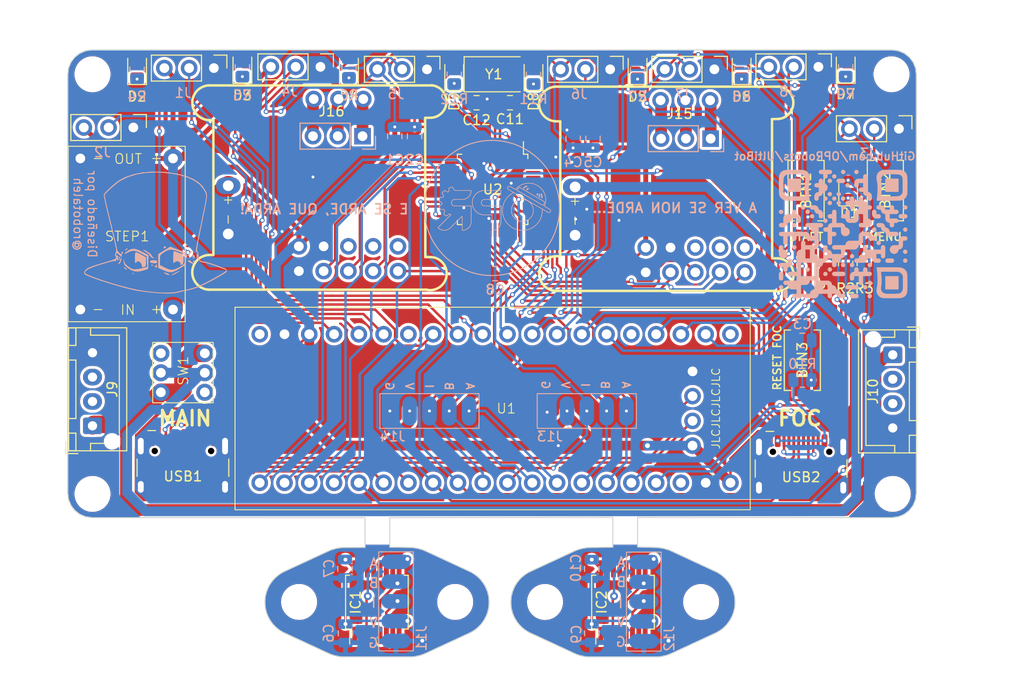
<source format=kicad_pcb>
(kicad_pcb (version 20221018) (generator pcbnew)
  (layers (0 "F.Cu" signal "Front") (31 "B.Cu" signal "Back") (34 "B.Paste" user) (35 "F.Paste" user) (36 "B.SilkS" user "B.Silkscreen") (37 "F.SilkS" user "F.Silkscreen") (38 "B.Mask" user) (39 "F.Mask" user) (44 "Edge.Cuts" user))
  (net 0 "")
  (net 1 "+3V3")
  (net 2 "/BlackPill&Main/BTN_START")
  (net 3 "/BlackPill&Main/BTN_MENU_MODE")
  (net 4 "GND")
  (net 5 "/BluePill&FOC/RESET")
  (net 6 "/BluePill&FOC/ENC_1_3.3")
  (net 7 "/BluePill&FOC/ENC_1_GND")
  (net 8 "/BluePill&FOC/ENC_2_3.3")
  (net 9 "/BluePill&FOC/ENC_2_GND")
  (net 10 "/BluePill&FOC/OSCIN")
  (net 11 "/BluePill&FOC/OSCOUT")
  (net 12 "Net-(D1-K)")
  (net 13 "/BlackPill&Main/LED_0")
  (net 14 "Net-(D2-K)")
  (net 15 "/BlackPill&Main/LED_1")
  (net 16 "Net-(D3-K)")
  (net 17 "/BlackPill&Main/LED_2")
  (net 18 "Net-(D4-K)")
  (net 19 "/BlackPill&Main/LED_3")
  (net 20 "Net-(D5-K)")
  (net 21 "/BlackPill&Main/LED_4")
  (net 22 "Net-(D6-K)")
  (net 23 "/BlackPill&Main/LED_5")
  (net 24 "Net-(D7-K)")
  (net 25 "/BlackPill&Main/LED_6")
  (net 26 "Net-(D8-K)")
  (net 27 "/BluePill&FOC/MOT_1_LED")
  (net 28 "Net-(D9-K)")
  (net 29 "/BluePill&FOC/MOT_2_LED")
  (net 32 "/BluePill&FOC/ENC_1_A_CONN")
  (net 33 "/BluePill&FOC/ENC_1_B_CONN")
  (net 35 "/BluePill&FOC/ENC_1_I_CONN")
  (net 44 "/BluePill&FOC/ENC_2_A_CONN")
  (net 45 "/BluePill&FOC/ENC_2_B_CONN")
  (net 47 "/BluePill&FOC/ENC_2_I_CONN")
  (net 54 "/BlackPill&Main/SENSOR_1")
  (net 55 "/BlackPill&Main/SENSOR_LINEA_1")
  (net 56 "/BlackPill&Main/SENSOR_LINEA_2")
  (net 57 "/BlackPill&Main/SENSOR_2")
  (net 58 "/BlackPill&Main/SENSOR_3")
  (net 59 "/BlackPill&Main/SENSOR_4")
  (net 60 "/BlackPill&Main/SENSOR_5")
  (net 61 "/BlackPill&Main/SENSOR_6")
  (net 64 "+12V")
  (net 67 "/BlackPill&Main/SWCLK")
  (net 68 "/BlackPill&Main/SWDIO")
  (net 69 "/BlackPill&Main/USART1_RX")
  (net 70 "/BlackPill&Main/USART1_TX")
  (net 71 "/BluePill&FOC/SWCLK")
  (net 72 "/BluePill&FOC/SWDIO")
  (net 73 "/BlackPill&Main/USART6_TX")
  (net 74 "/BlackPill&Main/USART6_RX")
  (net 75 "/BlackPill&Main/ENC_1_I")
  (net 76 "/BlackPill&Main/ENC_1_B")
  (net 77 "/BlackPill&Main/ENC_1_A")
  (net 78 "/BlackPill&Main/ENC_2_I")
  (net 79 "/BlackPill&Main/ENC_2_B")
  (net 80 "/BlackPill&Main/ENC_2_A")
  (net 81 "/BluePill&FOC/M1_A_CONN")
  (net 82 "/BluePill&FOC/M1_B_CONN")
  (net 83 "/BluePill&FOC/M2_A_CONN")
  (net 84 "/BluePill&FOC/M2_B_CONN")
  (net 87 "/BlackPill&Main/SPI_NSS")
  (net 88 "/BlackPill&Main/SPI_SCK")
  (net 89 "/BlackPill&Main/SPI_MISO")
  (net 90 "/BlackPill&Main/SPI_MOSI")
  (net 98 "/BluePill&FOC/MOT_2_A")
  (net 99 "/BluePill&FOC/MOT_2_B")
  (net 100 "/BluePill&FOC/MOT_2_C")
  (net 107 "/BluePill&FOC/MOT_2_EN")
  (net 108 "/BluePill&FOC/MOT_1_EN")
  (net 109 "/BluePill&FOC/MOT_1_C")
  (net 110 "/BluePill&FOC/MOT_1_B")
  (net 111 "/BluePill&FOC/MOT_1_A")
  (net 123 "/BluePill&FOC/M1_C_CONN")
  (net 124 "/BluePill&FOC/M2_C_CONN")
  (net 125 "/BlackPill&Main/+12V_SW")
  (footprint "custom_footprints:SimpleFOCMini" (layer "F.Cu") (at 128.27 63.29059 180)
    (fp_text reference "U4" hide)
    (fp_text value "~" hide)
  )
  (footprint "Resistor_SMD:R_0805_2012Metric_Pad1.20x1.40mm_HandSolder" (layer "F.Cu") (at 179.324 70.215 90)
    (fp_text reference "R1")
    (fp_text value "10K")
  )
  (footprint "custom_footprints:PinHeader_1x03_P2.54mm_Vertical_NoPins" (layer "F.Cu") (at 186.817 56.388 -90)
    (fp_text reference "J3")
    (fp_text value "Conn_01x03_Pin")
  )
  (footprint "custom_footprints:USB-C ST-Link USART" (layer "F.Cu") (at 113.411 92.054)
    (fp_text reference "USB1")
    (fp_text value "~" hide)
  )
  (footprint "MountingHole:MountingHole_3.2mm_M3" (layer "F.Cu") (at 104.14 50.8)
    (fp_text reference "REF**" hide)
    (fp_text value "MountingHole_3.2mm_M3")
  )
  (footprint "custom_footprints:PinHeader_1x03_P2.54mm_Vertical_NoPins" (layer "F.Cu") (at 116.586 50.165 -90)
    (fp_text reference "J1")
    (fp_text value "Conn_01x03_Pin")
  )
  (footprint "MountingHole:MountingHole_3.2mm_M3" (layer "F.Cu") (at 166.534043 104.938509)
    (fp_text reference "REF**" hide)
    (fp_text value "MountingHole_3.2mm_M3")
  )
  (footprint "custom_footprints:PinHeader_1x03_P2.54mm_Vertical_NoPins" (layer "F.Cu") (at 178.562 50.038 -90)
    (fp_text reference "J8")
    (fp_text value "Conn_01x03_Pin")
  )
  (footprint "Capacitor_SMD:C_0805_2012Metric" (layer "F.Cu") (at 146.939 53.721 180)
    (fp_text reference "C11")
    (fp_text value "20pF")
  )
  (footprint "MountingHole:MountingHole_3.2mm_M3" (layer "F.Cu") (at 186.055 50.8)
    (fp_text reference "REF**" hide)
    (fp_text value "MountingHole_3.2mm_M3")
  )
  (footprint "LED_SMD:LED_0805_2012Metric" (layer "F.Cu") (at 181.61 62.611 90)
    (fp_text reference "D1")
    (fp_text value "LED")
  )
  (footprint "LED_SMD:LED_0805_2012Metric" (layer "F.Cu") (at 170.688 50.165 90)
    (fp_text reference "D6")
    (fp_text value "LED")
  )
  (footprint "custom_footprints:USB-C ST-Link USART" (layer "F.Cu") (at 176.784 92.137)
    (fp_text reference "USB2")
    (fp_text value "~" hide)
  )
  (footprint "MountingHole:MountingHole_3.2mm_M3" (layer "F.Cu") (at 104.14 93.853)
    (fp_text reference "REF**" hide)
    (fp_text value "MountingHole_3.2mm_M3")
  )
  (footprint "custom_footprints:SimpleFOCMini" (layer "F.Cu") (at 163.83 63.41759 180)
    (fp_text reference "U3" hide)
    (fp_text value "~" hide)
  )
  (footprint "custom_footprints:Crystal_SMD_5032-2Pin_5.0x3.2mm" (layer "F.Cu") (at 145.288 50.8)
    (fp_text reference "Y1")
    (fp_text value "Crystal")
  )
  (footprint "custom_footprints:BTN_SMD_3x6x2.5mm" (layer "F.Cu") (at 176.911 80.137 -90)
    (fp_text reference "BTN3")
    (fp_text value "~")
  )
  (footprint "custom_footprints:PinHeader_1x03_P2.54mm_Vertical_NoPins" (layer "F.Cu") (at 167.894 50.292 -90)
    (fp_text reference "J7")
    (fp_text value "Conn_01x03_Pin")
  )
  (footprint "custom_footprints:JST - XH - Thru (V) - 4Pin - 2.54mm" (layer "F.Cu") (at 186.182 79.582 -90)
    (fp_text reference "J10")
    (fp_text value "Conn_01x04_Pin")
  )
  (footprint "LED_SMD:LED_0805_2012Metric" (layer "F.Cu") (at 130.429 50.165 90)
    (fp_text reference "D4")
    (fp_text value "LED")
  )
  (footprint "Package_SO:SSOP-16_5.3x6.2mm_P0.65mm" (layer "F.Cu") (at 158.523867 104.957693 90)
    (fp_text reference "IC2")
    (fp_text value "AS5145B-HSST")
  )
  (footprint "Resistor_SMD:R_0805_2012Metric_Pad1.20x1.40mm_HandSolder" (layer "F.Cu") (at 181.356 70.215 90)
    (fp_text reference "R2")
    (fp_text value "10K")
  )
  (footprint "custom_footprints:Switch6P" (layer "F.Cu") (at 110.551 78.527)
    (fp_text reference "SW1")
    (fp_text value "~")
  )
  (footprint "LED_SMD:LED_0805_2012Metric" (layer "F.Cu") (at 160.02 50.165 90)
    (fp_text reference "D5")
    (fp_text value "LED")
  )
  (footprint "MountingHole:MountingHole_3.2mm_M3" (layer "F.Cu") (at 125.320267 104.932293)
    (fp_text reference "REF**" hide)
    (fp_text value "MountingHole_3.2mm_M3")
  )
  (footprint "custom_footprints:PinHeader_1x03_P2.54mm_Vertical_NoPins" (layer "F.Cu") (at 157.211 50.292 -90)
    (fp_text reference "J6")
    (fp_text value "Conn_01x03_Pin")
  )
  (footprint "custom_footprints:BTN_SMD_3x6x2.5mm" (layer "F.Cu") (at 177.292 62.738 -90)
    (fp_text reference "BTN1")
    (fp_text value "~")
  )
  (footprint "MountingHole:MountingHole_3.2mm_M3" (layer "F.Cu") (at 186.182 93.853)
    (fp_text reference "REF**" hide)
    (fp_text value "MountingHole_3.2mm_M3")
  )
  (footprint "Resistor_SMD:R_0805_2012Metric_Pad1.20x1.40mm_HandSolder" (layer "F.Cu") (at 183.261 70.215 90)
    (fp_text reference "R3")
    (fp_text value "220")
  )
  (footprint "MountingHole:MountingHole_3.2mm_M3" (layer "F.Cu") (at 150.532043 104.938509)
    (fp_text reference "REF**" hide)
    (fp_text value "MountingHole_3.2mm_M3")
  )
  (footprint "custom_footprints:Mini360" (layer "F.Cu") (at 113.645 76.186 180)
    (fp_text reference "STEP1")
    (fp_text value "~")
  )
  (footprint "custom_footprints:BlackPill_STM32F401" (layer "F.Cu") (at 144.907 85.09)
    (fp_text reference "U1")
    (fp_text value "~")
  )
  (footprint "Package_SO:SSOP-16_5.3x6.2mm_P0.65mm" (layer "F.Cu") (at 133.295867 104.957693 90)
    (fp_text reference "IC1")
    (fp_text value "AS5145B-HSST")
  )
  (footprint "LED_SMD:LED_0805_2012Metric" (layer "F.Cu") (at 149.352 50.8 90)
    (fp_text reference "D8")
    (fp_text value "LED")
  )
  (footprint "custom_footprints:PinHeader_1x03_P2.54mm_Vertical_NoPins" (layer "F.Cu") (at 127.508 50.038 -90)
    (fp_text reference "J4")
    (fp_text value "Conn_01x03_Pin")
  )
  (footprint "LED_SMD:LED_0805_2012Metric" (layer "F.Cu") (at 141.224 50.8 90)
    (fp_text reference "D9")
    (fp_text value "LED")
  )
  (footprint "custom_footprints:JST - XH - Thru (V) - 4Pin - 2.54mm" (layer "F.Cu") (at 104.14 86.868 90)
    (fp_text reference locked "J9")
    (fp_text value "Conn_01x04_Pin")
  )
  (footprint "LED_SMD:LED_0805_2012Metric" (layer "F.Cu") (at 181.356 50.038 90)
    (fp_text reference "D7")
    (fp_text value "LED")
  )
  (footprint "custom_footprints:PinHeader_1x03_P2.54mm_Vertical_NoPins" (layer "F.Cu") (at 108.331 56.261 -90)
    (fp_text reference "J2")
    (fp_text value "Conn_01x03_Pin")
  )
  (footprint "custom_footprints:PinHeader_1x03_P2.54mm_Vertical_NoPins" (layer "F.Cu") (at 138.43 50.292 -90)
    (fp_text reference "J5")
    (fp_text value "Conn_01x03_Pin")
  )
  (footprint "Package_QFP:LQFP-48_7x7mm_P0.5mm" (layer "F.Cu") (at 145.161 62.611 -90)
    (fp_text reference "U2")
    (fp_text value "BluePill")
  )
  (footprint "MountingHole:MountingHole_3.2mm_M3" (layer "F.Cu") (at 141.322267 104.932293)
    (fp_text reference "REF**" hide)
    (fp_text value "MountingHole_3.2mm_M3")
  )
  (footprint "Capacitor_SMD:C_0805_2012Metric" (layer "F.Cu") (at 143.51 53.721)
    (fp_text reference "C12")
    (fp_text value "20pF")
  )
  (footprint "LED_SMD:LED_0805_2012Metric" (layer "F.Cu") (at 108.712 50.165 90)
    (fp_text reference "D2")
    (fp_text value "LED")
  )
  (footprint "LED_SMD:LED_0805_2012Metric" (layer "F.Cu") (at 119.507 50.038 90)
    (fp_text reference "D3")
    (fp_text value "LED")
  )
  (footprint "custom_footprints:BTN_SMD_3x6x2.5mm" (layer "F.Cu") (at 185.42 62.738 -90)
    (fp_text reference "BTN2")
    (fp_text value "~")
  )
  (footprint "Resistor_SMD:R_0805_2012Metric_Pad1.20x1.40mm_HandSolder" (layer "B.Cu") (at 149.352 50.8 -90)
    (fp_text reference "R11")
    (fp_text value "220")
  )
  (footprint "Resistor_SMD:R_0805_2012Metric_Pad1.20x1.40mm_HandSolder" (layer "B.Cu") (at 170.688 50.292 -90)
    (fp_text reference "R8")
    (fp_text value "220")
  )
  (footprint "Capacitor_SMD:C_0805_2012Metric" (layer "B.Cu") (at 155.322867 101.545193 -90)
    (fp_text reference "C10")
    (fp_text value "0.1uF")
  )
  (footprint "Resistor_SMD:R_0805_2012Metric_Pad1.20x1.40mm_HandSolder" (layer "B.Cu") (at 160.02 50.292 -90)
    (fp_text reference "R7")
    (fp_text value "220")
  )
  (footprint "custom_footprints:1x05 Pad" (layer "B.Cu") (at 133.604 85.344 -90)
    (fp_text reference "J14")
    (fp_text value "Conn_01x05_Pin")
  )
  (footprint "custom_footprints:1x05 Pad" (layer "B.Cu") (at 135.256867 109.954193)
    (fp_text reference "J11")
    (fp_text value "Conn_01x05_Pin")
  )
  (footprint "Capacitor_SMD:C_0805_2012Metric" (layer "B.Cu") (at 135.128 57.15 -90)
    (fp_text reference "C1")
    (fp_text value "10uF")
  )
  (footprint "Capacitor_SMD:C_0805_2012Metric" (layer "B.Cu") (at 155.322867 108.149193 -90)
    (fp_text reference "C9")
    (fp_text value "1uF")
  )
  (footprint "Capacitor_SMD:C_0805_2012Metric" (layer "B.Cu") (at 176.911 78.105 180)
    (fp_text reference "C3")
    (fp_text value "0.1uF")
  )
  (footprint "Capacitor_SMD:C_0805_2012Metric" (layer "B.Cu") (at 153.416 57.404 90)
    (fp_text reference "C4")
    (fp_text value "100nF")
  )
  (footprint "Resistor_SMD:R_0805_2012Metric_Pad1.20x1.40mm_HandSolder" (layer "B.Cu") (at 130.429 50.165 -90)
    (fp_text reference "R6")
    (fp_text value "220")
  )
  (footprint "LOGO" (layer "B.Cu") (at 110.617 67.056 180)
    (fp_text reference "G***" hide)
    (fp_text value "LOGO" hide)
  )
  (footprint "LOGO" (layer "B.Cu") (at 145.340255 64.389 180)
    (fp_text reference "G***" hide)
    (fp_text value "LOGO" hide)
  )
  (footprint "Resistor_SMD:R_0805_2012Metric_Pad1.20x1.40mm_HandSolder" (layer "B.Cu") (at 141.224 50.8 -90)
    (fp_text reference "R12")
    (fp_text value "220")
  )
  (footprint "custom_footprints:PinHeader_1x03_P2.54mm_Vertical_NoPins" (layer "B.Cu") (at 131.826 57.15 90)
    (fp_text reference "J16")
    (fp_text value "Conn_01x03_Pin")
  )
  (footprint "custom_footprints:PinHeader_1x03_P2.54mm_Vertical_NoPins" (layer "B.Cu") (at 167.513 57.404 90)
    (fp_text reference "J15")
    (fp_text value "Conn_01x03_Pin")
  )
  (footprint "Capacitor_SMD:C_0805_2012Metric" (layer "B.Cu") (at 155.448 57.404 90)
    (fp_text reference "C5")
    (fp_text value "4.7uF")
  )
  (footprint "Capacitor_SMD:C_0805_2012Metric" (layer "B.Cu") (at 145.415 71.247 180)
    (fp_text reference "C8")
    (fp_text value "100nF")
  )
  (footprint "Resistor_SMD:R_0805_2012Metric_Pad1.20x1.40mm_HandSolder" (layer "B.Cu") (at 181.356 50.038 -90)
    (fp_text reference "R9")
    (fp_text value "220")
  )
  (footprint "custom_footprints:1x05 Pad" (layer "B.Cu") (at 149.733 85.344 -90)
    (fp_text reference "J13")
    (fp_text value "Conn_01x05_Pin")
  )
  (footprint "custom_footprints:1x05 Pad" (layer "B.Cu") (at 160.656867 109.982)
    (fp_text reference "J12")
    (fp_text value "Conn_01x05_Pin")
  )
  (footprint "Resistor_SMD:R_0805_2012Metric_Pad1.20x1.40mm_HandSolder" (layer "B.Cu") (at 119.507 50.038 -90)
    (fp_text reference "R5")
    (fp_text value "220")
  )
  (footprint "Resistor_SMD:R_0805_2012Metric_Pad1.20x1.40mm_HandSolder" (layer "B.Cu") (at 108.712 50.292 -90)
    (fp_text reference "R4")
    (fp_text value "220")
  )
  (footprint "Resistor_SMD:R_0805_2012Metric" (layer "B.Cu") (at 176.911 82.169 180)
    (fp_text reference "R10")
    (fp_text value "47k")
  )
  (footprint "Capacitor_SMD:C_0805_2012Metric" (layer "B.Cu") (at 130.024467 101.534993 -90)
    (fp_text reference "C7")
    (fp_text value "0.1uF")
  )
  (footprint "LOGO" (layer "B.Cu") (at 181.102 67.183 180)
    (fp_text reference "G***" hide)
    (fp_text value "LOGO" hide)
  )
  (footprint "Capacitor_SMD:C_0805_2012Metric" (layer "B.Cu") (at 130.075267 108.159393 -90)
    (fp_text reference "C6")
    (fp_text value "1uF")
  )
  (footprint "Capacitor_SMD:C_0805_2012Metric" (layer "B.Cu") (at 137.16 57.15 -90)
    (fp_text reference "C2")
    (fp_text value "1uF")
  )
  (gr_circle (center 145.086255 64.516) (end 152.019 64.516) (stroke (width 0.1)) (fill none) (layer "B.SilkS"))
  (gr_line (start 128.869478 99.506332) (end 128.619424 99.585921) (stroke (width 0.1)) (layer "Edge.Cuts"))
  (gr_line (start 154.353358 99.444202) (end 154.081254 99.512548) (stroke (width 0.1)) (layer "Edge.Cuts"))
  (gr_line locked (start 122.335642 103.116986) (end 122.590256 102.75871) (stroke (width 0.1)) (layer "Edge.Cuts"))
  (gr_line (start 137.751055 110.416331) (end 138.001109 110.336742) (stroke (width 0.1)) (layer "Edge.Cuts"))
  (gr_line (start 138.000118 99.585921) (end 137.750527 99.506332) (stroke (width 0.1)) (layer "Edge.Cuts"))
  (gr_line locked (start 123.282783 107.814279) (end 122.941201 107.537671) (stroke (width 0.1)) (layer "Edge.Cuts"))
  (gr_line locked (start 122.12794 103.504349) (end 122.335642 103.116986) (stroke (width 0.1)) (layer "Edge.Cuts"))
  (gr_line (start 168.549527 102.1146) (end 168.891109 102.391208) (stroke (width 0.1)) (layer "Edge.Cuts"))
  (gr_line locked (start 188.516696 94.436091) (end 188.601882 93.789043) (stroke (width 0.1)) (layer "Edge.Cuts"))
  (gr_line (start 169.673158 103.444239) (end 169.839232 103.85119) (stroke (width 0.1)) (layer "Edge.Cuts"))
  (gr_line locked (start 188.266945 95.039043) (end 188.516696 94.436091) (stroke (width 0.1)) (layer "Edge.Cuts"))
  (gr_line (start 148.152977 107.543887) (end 147.848757 107.226649) (stroke (width 0.1)) (layer "Edge.Cuts"))
  (gr_line (start 149.267755 108.235079) (end 148.868115 108.05211) (stroke (width 0.1)) (layer "Edge.Cuts"))
  (gr_line (start 169.496667 106.811893) (end 169.242054 107.170169) (stroke (width 0.1)) (layer "Edge.Cuts"))
  (gr_line (start 147.031442 105.223881) (end 147.026839 104.784372) (stroke (width 0.1)) (layer "Edge.Cuts"))
  (gr_line (start 154.081782 110.422547) (end 154.353396 110.490893) (stroke (width 0.1)) (layer "Edge.Cuts"))
  (gr_line (start 154.628969 99.391759) (end 154.353358 99.444202) (stroke (width 0.1)) (layer "Edge.Cuts"))
  (gr_line (start 104.100075 96.289043) (end 132.08 96.2914) (stroke (width 0.1)) (layer "Edge.Cuts"))
  (gr_line locked (start 186.748929 96.203858) (end 187.351882 95.954107) (stroke (width 0.1)) (layer "Edge.Cuts"))
  (gr_line (start 147.026839 104.784372) (end 147.077358 104.347751) (stroke (width 0.1)) (layer "Edge.Cuts"))
  (gr_line locked (start 123.592104 101.912083) (end 123.987824 101.720784) (stroke (width 0.1)) (layer "Edge.Cuts"))
  (gr_line locked (start 121.879318 105.653132) (end 121.819666 105.217665) (stroke (width 0.1)) (layer "Edge.Cuts"))
  (gr_line (start 170.017246 105.150723) (end 169.966727 105.587344) (stroke (width 0.1)) (layer "Edge.Cuts"))
  (gr_line (start 143.397054 107.771193) (end 143.02843 108.01058) (stroke (width 0.1)) (layer "Edge.Cuts"))
  (gr_line locked (start 101.935012 95.039044) (end 102.332308 95.55681) (stroke (width 0.1)) (layer "Edge.Cuts"))
  (gr_line (start 136.943005 110.570087) (end 137.20334 110.53712) (stroke (width 0.1)) (layer "Edge.Cuts"))
  (gr_line (start 154.353396 110.490893) (end 154.628523 110.543336) (stroke (width 0.1)) (layer "Edge.Cuts"))
  (gr_line (start 144.245614 103.055095) (end 144.461382 103.438023) (stroke (width 0.1)) (layer "Edge.Cuts"))
  (gr_line locked (start 187.869648 49.032234) (end 187.351882 48.634937) (stroke (width 0.1)) (layer "Edge.Cuts"))
  (gr_line (start 154.081254 99.512548) (end 153.8312 99.592137) (stroke (width 0.1)) (layer "Edge.Cuts"))
  (gr_line (start 162.690689 99.444202) (end 162.415563 99.391759) (stroke (width 0.1)) (layer "Edge.Cuts"))
  (gr_line (start 163.422452 99.677548) (end 163.211894 99.592137) (stroke (width 0.1)) (layer "Edge.Cuts"))
  (gr_line (start 147.547418 103.123202) (end 147.802032 102.764926) (stroke (width 0.1)) (layer "Edge.Cuts"))
  (gr_line locked (start 122.37492 106.867568) (end 122.159151 106.48464) (stroke (width 0.1)) (layer "Edge.Cuts"))
  (gr_line (start 143.02843 108.01058) (end 142.632709 108.201879) (stroke (width 0.1)) (layer "Edge.Cuts"))
  (gr_line locked (start 101.934936 49.55) (end 101.685185 50.152953) (stroke (width 0.1)) (layer "Edge.Cuts"))
  (gr_line (start 170.012643 104.711214) (end 170.017246 105.150723) (stroke (width 0.1)) (layer "Edge.Cuts"))
  (gr_line locked (start 187.351882 95.954107) (end 187.869649 95.55681) (stroke (width 0.1)) (layer "Edge.Cuts"))
  (gr_line locked (start 186.101882 96.289043) (end 186.748929 96.203858) (stroke (width 0.1)) (layer "Edge.Cuts"))
  (gr_line (start 154.889304 99.358792) (end 154.628969 99.391759) (stroke (width 0.1)) (layer "Edge.Cuts"))
  (gr_line locked (start 121.815063 104.778156) (end 121.865582 104.341535) (stroke (width 0.1)) (layer "Edge.Cuts"))
  (gr_line (start 132.08 99.3394) (end 129.677528 99.352576) (stroke (width 0.1)) (layer "Edge.Cuts"))
  (gr_line (start 138.212072 110.251331) (end 142.632709 108.201879) (stroke (width 0.1)) (layer "Edge.Cuts"))
  (gr_line (start 160.02 96.266) (end 160.02 99.2886) (stroke (width 0.1)) (layer "Edge.Cuts"))
  (gr_line (start 169.839232 103.85119) (end 169.952992 104.275747) (stroke (width 0.1)) (layer "Edge.Cuts"))
  (gr_line (start 153.621634 110.257547) (end 153.832192 110.342958) (stroke (width 0.1)) (layer "Edge.Cuts"))
  (gr_line (start 168.60883 107.777409) (end 168.240206 108.016796) (stroke (width 0.1)) (layer "Edge.Cuts"))
  (gr_line (start 128.620416 110.336742) (end 128.870006 110.416331) (stroke (width 0.1)) (layer "Edge.Cuts"))
  (gr_line (start 162.155672 99.358792) (end 160.02 99.2886) (stroke (width 0.1)) (layer "Edge.Cuts"))
  (gr_line (start 134.62 96.2914) (end 157.48 96.266) (stroke (width 0.1)) (layer "Edge.Cuts"))
  (gr_line (start 148.494559 107.820495) (end 148.152977 107.543887) (stroke (width 0.1)) (layer "Edge.Cuts"))
  (gr_line (start 169.45739 103.061311) (end 169.673158 103.444239) (stroke (width 0.1)) (layer "Edge.Cuts"))
  (gr_line (start 144.741216 104.269531) (end 144.800867 104.704998) (stroke (width 0.1)) (layer "Edge.Cuts"))
  (gr_line (start 143.337751 102.108384) (end 143.679333 102.384992) (stroke (width 0.1)) (layer "Edge.Cuts"))
  (gr_line locked (start 101.685261 94.436091) (end 101.935012 95.039044) (stroke (width 0.1)) (layer "Edge.Cuts"))
  (gr_line (start 147.802032 102.764926) (end 148.099542 102.441387) (stroke (width 0.1)) (layer "Edge.Cuts"))
  (gr_line locked (start 123.656339 108.045894) (end 123.282783 107.814279) (stroke (width 0.1)) (layer "Edge.Cuts"))
  (gr_line (start 137.20334 110.53712) (end 137.478951 110.484677) (stroke (width 0.1)) (layer "Edge.Cuts"))
  (gr_line locked (start 104.1 48.3) (end 103.452952 48.385186) (stroke (width 0.1)) (layer "Edge.Cuts"))
  (gr_line (start 128.870006 110.416331) (end 129.14162 110.484677) (stroke (width 0.1)) (layer "Edge.Cuts"))
  (gr_line (start 144.800867 104.704998) (end 144.80547 105.144507) (stroke (width 0.1)) (layer "Edge.Cuts"))
  (gr_line locked (start 123.22348 102.15147) (end 123.592104 101.912083) (stroke (width 0.1)) (layer "Edge.Cuts"))
  (gr_line (start 142.964194 101.876769) (end 143.337751 102.108384) (stroke (width 0.1)) (layer "Edge.Cuts"))
  (gr_line locked (start 103.452952 48.385186) (end 102.85 48.634937) (stroke (width 0.1)) (layer "Edge.Cuts"))
  (gr_line (start 144.650108 106.007974) (end 144.492593 106.418314) (stroke (width 0.1)) (layer "Edge.Cuts"))
  (gr_line (start 168.944544 107.493708) (end 168.60883 107.777409) (stroke (width 0.1)) (layer "Edge.Cuts"))
  (gr_line (start 138.001109 110.336742) (end 138.212072 110.251331) (stroke (width 0.1)) (layer "Edge.Cuts"))
  (gr_line locked (start 102.332308 95.55681) (end 102.850075 95.954107) (stroke (width 0.1)) (layer "Edge.Cuts"))
  (gr_line (start 147.370927 106.490856) (end 147.204853 106.083905) (stroke (width 0.1)) (layer "Edge.Cuts"))
  (gr_line (start 162.962831 110.422547) (end 163.212885 110.342958) (stroke (width 0.1)) (layer "Edge.Cuts"))
  (gr_line locked (start 121.970426 103.914689) (end 122.12794 103.504349) (stroke (width 0.1)) (layer "Edge.Cuts"))
  (gr_line (start 148.435256 102.157686) (end 148.80388 101.918299) (stroke (width 0.1)) (layer "Edge.Cuts"))
  (gr_line locked (start 187.351882 48.634937) (end 186.748929 48.385186) (stroke (width 0.1)) (layer "Edge.Cuts"))
  (gr_line (start 168.17597 101.882985) (end 168.549527 102.1146) (stroke (width 0.1)) (layer "Edge.Cuts"))
  (gr_line locked (start 186.748929 48.385186) (end 186.101882 48.300001) (stroke (width 0.1)) (layer "Edge.Cuts"))
  (gr_line (start 147.091094 105.659348) (end 147.031442 105.223881) (stroke (width 0.1)) (layer "Edge.Cuts"))
  (gr_line (start 157.48 99.314) (end 154.889304 99.358792) (stroke (width 0.1)) (layer "Edge.Cuts"))
  (gr_line (start 153.620238 99.677548) (end 149.1996 101.727) (stroke (width 0.1)) (layer "Edge.Cuts"))
  (gr_line locked (start 121.993077 106.077689) (end 121.879318 105.653132) (stroke (width 0.1)) (layer "Edge.Cuts"))
  (gr_line (start 138.210676 99.671332) (end 138.000118 99.585921) (stroke (width 0.1)) (layer "Edge.Cuts"))
  (gr_line (start 147.182202 103.920905) (end 147.339716 103.510565) (stroke (width 0.1)) (layer "Edge.Cuts"))
  (gr_line (start 134.62 96.2914) (end 134.62 99.314) (stroke (width 0.1)) (layer "Edge.Cuts"))
  (gr_line locked (start 188.601882 50.800001) (end 188.516696 50.152953) (stroke (width 0.1)) (layer "Edge.Cuts"))
  (gr_line (start 129.417193 99.385543) (end 129.141582 99.437986) (stroke (width 0.1)) (layer "Edge.Cuts"))
  (gr_line locked (start 121.819666 105.217665) (end 121.815063 104.778156) (stroke (width 0.1)) (layer "Edge.Cuts"))
  (gr_line locked (start 188.516696 50.152953) (end 188.266945 49.550001) (stroke (width 0.1)) (layer "Edge.Cuts"))
  (gr_line (start 101.6 50.8) (end 101.600075 93.789044) (stroke (width 0.1)) (layer "Edge.Cuts"))
  (gr_line locked (start 102.332233 49.032233) (end 101.934936 49.55) (stroke (width 0.1)) (layer "Edge.Cuts"))
  (gr_line (start 144.80547 105.144507) (end 144.754951 105.581128) (stroke (width 0.1)) (layer "Edge.Cuts"))
  (gr_line (start 142.564554 101.6938) (end 142.964194 101.876769) (stroke (width 0.1)) (layer "Edge.Cuts"))
  (gr_line (start 129.416747 110.53712) (end 129.676638 110.570087) (stroke (width 0.1)) (layer "Edge.Cuts"))
  (gr_line (start 143.983553 102.70223) (end 144.245614 103.055095) (stroke (width 0.1)) (layer "Edge.Cuts"))
  (gr_line (start 132.08 99.3394) (end 132.08 96.2914) (stroke (width 0.1)) (layer "Edge.Cuts"))
  (gr_line (start 144.754951 105.581128) (end 144.650108 106.007974) (stroke (width 0.1)) (layer "Edge.Cuts"))
  (gr_line (start 136.943896 99.352576) (end 134.62 99.314) (stroke (width 0.1)) (layer "Edge.Cuts"))
  (gr_line (start 162.690727 110.490893) (end 162.962831 110.422547) (stroke (width 0.1)) (layer "Edge.Cuts"))
  (gr_line (start 143.679333 102.384992) (end 143.983553 102.70223) (stroke (width 0.1)) (layer "Edge.Cuts"))
  (gr_line (start 153.832192 110.342958) (end 154.081782 110.422547) (stroke (width 0.1)) (layer "Edge.Cuts"))
  (gr_line (start 149.267755 108.235079) (end 153.621634 110.257547) (stroke (width 0.1)) (layer "Edge.Cuts"))
  (gr_line (start 129.677528 99.352576) (end 129.417193 99.385543) (stroke (width 0.1)) (layer "Edge.Cuts"))
  (gr_line (start 147.848757 107.226649) (end 147.586696 106.873784) (stroke (width 0.1)) (layer "Edge.Cuts"))
  (gr_line (start 188.601882 93.789043) (end 188.601882 50.800001) (stroke (width 0.1)) (layer "Edge.Cuts"))
  (gr_line (start 167.77633 101.700016) (end 168.17597 101.882985) (stroke (width 0.1)) (layer "Edge.Cuts"))
  (gr_line (start 169.704369 106.42453) (end 169.496667 106.811893) (stroke (width 0.1)) (layer "Edge.Cuts"))
  (gr_line (start 147.077358 104.347751) (end 147.182202 103.920905) (stroke (width 0.1)) (layer "Edge.Cuts"))
  (gr_line (start 148.099542 102.441387) (end 148.435256 102.157686) (stroke (width 0.1)) (layer "Edge.Cuts"))
  (gr_line locked (start 187.869649 95.55681) (end 188.266945 95.039043) (stroke (width 0.1)) (layer "Edge.Cuts"))
  (gr_line (start 168.240206 108.016796) (end 167.844485 108.208095) (stroke (width 0.1)) (layer "Edge.Cuts"))
  (gr_line (start 163.212885 110.342958) (end 163.423848 110.257547) (stroke (width 0.1)) (layer "Edge.Cuts"))
  (gr_line (start 144.030278 107.163953) (end 143.732768 107.487492) (stroke (width 0.1)) (layer "Edge.Cuts"))
  (gr_line (start 147.339716 103.510565) (end 147.547418 103.123202) (stroke (width 0.1)) (layer "Edge.Cuts"))
  (gr_line (start 144.492593 106.418314) (end 144.284891 106.805677) (stroke (width 0.1)) (layer "Edge.Cuts"))
  (gr_line locked (start 102.85 48.634937) (end 102.332233 49.032233) (stroke (width 0.1)) (layer "Edge.Cuts"))
  (gr_line (start 162.154781 110.576303) (end 162.415116 110.543336) (stroke (width 0.1)) (layer "Edge.Cuts"))
  (gr_line (start 148.80388 101.918299) (end 149.1996 101.727) (stroke (width 0.1)) (layer "Edge.Cuts"))
  (gr_line locked (start 124.055979 108.228863) (end 123.656339 108.045894) (stroke (width 0.1)) (layer "Edge.Cuts"))
  (gr_line (start 169.952992 104.275747) (end 170.012643 104.711214) (stroke (width 0.1)) (layer "Edge.Cuts"))
  (gr_line locked (start 122.887766 102.435171) (end 123.22348 102.15147) (stroke (width 0.1)) (layer "Edge.Cuts"))
  (gr_line (start 124.055979 108.228863) (end 128.409858 110.251331) (stroke (width 0.1)) (layer "Edge.Cuts"))
  (gr_line (start 169.242054 107.170169) (end 168.944544 107.493708) (stroke (width 0.1)) (layer "Edge.Cuts"))
  (gr_line (start 128.408462 99.671332) (end 123.987824 101.720784) (stroke (width 0.1)) (layer "Edge.Cuts"))
  (gr_line (start 137.478913 99.437986) (end 137.203787 99.385543) (stroke (width 0.1)) (layer "Edge.Cuts"))
  (gr_line (start 162.415563 99.391759) (end 162.155672 99.358792) (stroke (width 0.1)) (layer "Edge.Cuts"))
  (gr_line (start 129.14162 110.484677) (end 129.416747 110.53712) (stroke (width 0.1)) (layer "Edge.Cuts"))
  (gr_line (start 169.195329 102.708446) (end 169.45739 103.061311) (stroke (width 0.1)) (layer "Edge.Cuts"))
  (gr_line locked (start 101.685185 50.152953) (end 101.6 50.8) (stroke (width 0.1)) (layer "Edge.Cuts"))
  (gr_line (start 169.966727 105.587344) (end 169.861884 106.01419) (stroke (width 0.1)) (layer "Edge.Cuts"))
  (gr_line (start 157.48 99.314) (end 157.48 96.266) (stroke (width 0.1)) (layer "Edge.Cuts"))
  (gr_line (start 186.101882 48.300001) (end 104.1 48.3) (stroke (width 0.1)) (layer "Edge.Cuts"))
  (gr_line (start 148.868115 108.05211) (end 148.494559 107.820495) (stroke (width 0.1)) (layer "Edge.Cuts"))
  (gr_line locked (start 121.865582 104.341535) (end 121.970426 103.914689) (stroke (width 0.1)) (layer "Edge.Cuts"))
  (gr_line (start 147.204853 106.083905) (end 147.091094 105.659348) (stroke (width 0.1)) (layer "Edge.Cuts"))
  (gr_line (start 128.619424 99.585921) (end 128.408462 99.671332) (stroke (width 0.1)) (layer "Edge.Cuts"))
  (gr_line (start 163.423848 110.257547) (end 167.844485 108.208095) (stroke (width 0.1)) (layer "Edge.Cuts"))
  (gr_line (start 137.478951 110.484677) (end 137.751055 110.416331) (stroke (width 0.1)) (layer "Edge.Cuts"))
  (gr_line (start 168.891109 102.391208) (end 169.195329 102.708446) (stroke (width 0.1)) (layer "Edge.Cuts"))
  (gr_line (start 163.211894 99.592137) (end 162.962303 99.512548) (stroke (width 0.1)) (layer "Edge.Cuts"))
  (gr_line locked (start 122.636981 107.220433) (end 122.37492 106.867568) (stroke (width 0.1)) (layer "Edge.Cuts"))
  (gr_line (start 144.284891 106.805677) (end 144.030278 107.163953) (stroke (width 0.1)) (layer "Edge.Cuts"))
  (gr_line (start 143.732768 107.487492) (end 143.397054 107.771193) (stroke (width 0.1)) (layer "Edge.Cuts"))
  (gr_line (start 147.586696 106.873784) (end 147.370927 106.490856) (stroke (width 0.1)) (layer "Edge.Cuts"))
  (gr_line (start 144.461382 103.438023) (end 144.627456 103.844974) (stroke (width 0.1)) (layer "Edge.Cuts"))
  (gr_line locked (start 122.159151 106.48464) (end 121.993077 106.077689) (stroke (width 0.1)) (layer "Edge.Cuts"))
  (gr_line (start 142.564554 101.6938) (end 138.210676 99.671332) (stroke (width 0.1)) (layer "Edge.Cuts"))
  (gr_line (start 128.409858 110.251331) (end 128.620416 110.336742) (stroke (width 0.1)) (layer "Edge.Cuts"))
  (gr_line locked (start 102.850075 95.954107) (end 103.453028 96.203858) (stroke (width 0.1)) (layer "Edge.Cuts"))
  (gr_line (start 169.861884 106.01419) (end 169.704369 106.42453) (stroke (width 0.1)) (layer "Edge.Cuts"))
  (gr_line (start 137.750527 99.506332) (end 137.478913 99.437986) (stroke (width 0.1)) (layer "Edge.Cuts"))
  (gr_line locked (start 122.941201 107.537671) (end 122.636981 107.220433) (stroke (width 0.1)) (layer "Edge.Cuts"))
  (gr_line (start 186.101882 96.289043) (end 160.02 96.266) (stroke (width 0.1)) (layer "Edge.Cuts"))
  (gr_line (start 153.8312 99.592137) (end 153.620238 99.677548) (stroke (width 0.1)) (layer "Edge.Cuts"))
  (gr_line locked (start 188.266945 49.550001) (end 187.869648 49.032234) (stroke (width 0.1)) (layer "Edge.Cuts"))
  (gr_line locked (start 101.600075 93.789044) (end 101.685261 94.436091) (stroke (width 0.1)) (layer "Edge.Cuts"))
  (gr_line (start 154.628523 110.543336) (end 154.888414 110.576303) (stroke (width 0.1)) (layer "Edge.Cuts"))
  (gr_line (start 167.77633 101.700016) (end 163.422452 99.677548) (stroke (width 0.1)) (layer "Edge.Cuts"))
  (gr_line (start 162.962303 99.512548) (end 162.690689 99.444202) (stroke (width 0.1)) (layer "Edge.Cuts"))
  (gr_line (start 129.676638 110.570087) (end 136.943005 110.570087) (stroke (width 0.1)) (layer "Edge.Cuts"))
  (gr_line (start 144.627456 103.844974) (end 144.741216 104.269531) (stroke (width 0.1)) (layer "Edge.Cuts"))
  (gr_line (start 137.203787 99.385543) (end 136.943896 99.352576) (stroke (width 0.1)) (layer "Edge.Cuts"))
  (gr_line (start 129.141582 99.437986) (end 128.869478 99.506332) (stroke (width 0.1)) (layer "Edge.Cuts"))
  (gr_line locked (start 122.590256 102.75871) (end 122.887766 102.435171) (stroke (width 0.1)) (layer "Edge.Cuts"))
  (gr_line locked (start 103.453028 96.203858) (end 104.100075 96.289043) (stroke (width 0.1)) (layer "Edge.Cuts"))
  (gr_line (start 154.888414 110.576303) (end 162.154781 110.576303) (stroke (width 0.1)) (layer "Edge.Cuts"))
  (gr_line (start 162.415116 110.543336) (end 162.690727 110.490893) (stroke (width 0.1)) (layer "Edge.Cuts"))
  (gr_text "A" (at 158.878867 101.443593) (layer "B.SilkS") (effects (font (size 1 1)) (justify left bottom mirror)))
  (gr_text "I" (at 158.623 105.664) (layer "B.SilkS") (effects (font (size 1 1)) (justify left bottom mirror)))
  (gr_text "V" (at 136.144 82.804 270) (layer "B.SilkS") (effects (font (size 0.8128 0.8128) (thickness 0.1524) bold) (justify bottom mirror)))
  (gr_text "B" (at 156.21 82.677 270) (layer "B.SilkS") (effects (font (size 0.8128 0.8128) (thickness 0.1524) bold) (justify bottom mirror)))
  (gr_text "G" (at 150.114 82.677 270) (layer "B.SilkS") (effects (font (size 0.8128 0.8128) (thickness 0.1524) bold) (justify bottom mirror)))
  (gr_text "B" (at 158.955067 103.475593) (layer "B.SilkS") (effects (font (size 1 1)) (justify left bottom mirror)))
  (gr_text "V" (at 158.853467 107.564993) (layer "B.SilkS") (effects (font (size 1 1)) (justify left bottom mirror)))
  (gr_text "V" (at 152.146 82.677 270) (layer "B.SilkS") (effects (font (size 0.8128 0.8128) (thickness 0.1524) bold) (justify bottom mirror)))
  (gr_text "A VER SE NON ARDE..." (at 163.83 64.516) (layer "B.SilkS") (effects (font (size 1 1) (thickness 0.18) bold) (justify mirror)))
  (gr_text "E SE ARDE, QUE ARDA!" (at 127.889 64.643) (layer "B.SilkS") (effects (font (size 1 1) (thickness 0.18) bold) (justify mirror)))
  (gr_text "A" (at 133.504267 101.545193) (layer "B.SilkS") (effects (font (size 1 1)) (justify left bottom mirror)))
  (gr_text "G" (at 158.904267 109.622393) (layer "B.SilkS") (effects (font (size 1 1)) (justify left bottom mirror)))
  (gr_text "I" (at 154.178 82.677 270) (layer "B.SilkS") (effects (font (size 0.8128 0.8128) (thickness 0.1524) bold) (justify bottom mirror)))
  (gr_text "A" (at 142.367 82.804 270) (layer "B.SilkS") (effects (font (size 0.8128 0.8128) (thickness 0.1524) bold) (justify bottom mirror)))
  (gr_text "B" (at 133.580467 103.577193) (layer "B.SilkS") (effects (font (size 1 1)) (justify left bottom mirror)))
  (gr_text "B" (at 140.208 82.804 270) (layer "B.SilkS") (effects (font (size 0.8128 0.8128) (thickness 0.1524) bold) (justify bottom mirror)))
  (gr_text "Diseñado por\n@robotaleh" (at 103.378 65.151 -90) (layer "B.SilkS") (effects (font (size 0.9 0.9) (thickness 0.125)) (justify mirror)))
  (gr_text "G" (at 134.112 82.804 270) (layer "B.SilkS") (effects (font (size 0.8128 0.8128) (thickness 0.1524) bold) (justify bottom mirror)))
  (gr_text "I" (at 133.301067 105.609193) (layer "B.SilkS") (effects (font (size 1 1)) (justify left bottom mirror)))
  (gr_text "V" (at 133.478867 107.666593) (layer "B.SilkS") (effects (font (size 1 1)) (justify left bottom mirror)))
  (gr_text "I" (at 138.176 82.804 270) (layer "B.SilkS") (effects (font (size 0.8128 0.8128) (thickness 0.1524) bold) (justify bottom mirror)))
  (gr_text "G" (at 133.529667 109.723993) (layer "B.SilkS") (effects (font (size 1 1)) (justify left bottom mirror)))
  (gr_text "GitHub.com/OPRobots/UltiBot" (at 188.595 59.69) (layer "B.SilkS") (effects (font (size 0.8128 0.8128) (thickness 0.1524) bold) (justify left bottom mirror)))
  (gr_text "A" (at 158.369 82.677 270) (layer "B.SilkS") (effects (font (size 0.8128 0.8128) (thickness 0.1524) bold) (justify bottom mirror)))
  (gr_text "RESET FOC" (at 173.863 79.883 90) (layer "F.SilkS") (effects (font (size 0.8128 0.8128) (thickness 0.1524) bold) (justify top)))
  (gr_text "MENU" (at 185.42 67.945) (layer "F.SilkS") (effects (font (size 0.8128 0.8128) (thickness 0.1524) bold) (justify bottom)))
  (gr_text "FOC" (at 176.657 86.995) (layer "F.SilkS") (effects (font (size 1.524 1.524) (thickness 0.3048) bold) (justify bottom)))
  (gr_text "JLCJLCJLCJLC" (at 168.529 85.09 90) (layer "F.SilkS") (effects (font (size 0.8128 0.8128) (thickness 0.1016)) (justify bottom)))
  (gr_text "START" (at 177.292 67.945) (layer "F.SilkS") (effects (font (size 0.8128 0.8128) (thickness 0.1524) bold) (justify bottom)))
  (gr_text "MAIN" (at 110.744 86.995) (layer "F.SilkS") (effects (font (size 1.524 1.524) (thickness 0.3048) bold) (justify left bottom)))
  (segment (start 112.395 59.436) (end 106.426 59.436) (width 0.5) (layer "F.Cu") (net 1))
  (segment (start 159.0705 52.324) (end 156.893 52.324) (width 0.25) (layer "F.Cu") (net 1))
  (segment (start 152.781 85.344) (end 152.781 85.979) (width 1) (layer "F.Cu") (net 1))
  (segment (start 111.702 85.656) (end 111.633 85.725) (width 0.25) (layer "F.Cu") (net 1))
  (segment (start 139.529 65.361) (end 140.9985 65.361) (width 0.25) (layer "F.Cu") (net 1))
  (segment (start 142.157 65.361) (end 140.9985 65.361) (width 0.25) (layer "F.Cu") (net 1))
  (segment (start 118.745 85.09) (end 126.365 77.47) (width 0.25) (layer "F.Cu") (net 1))
  (segment (start 112.395 59.436) (end 112.395 51.054) (width 0.5) (layer "F.Cu") (net 1))
  (segment (start 143.002 61.087) (end 143.002 62.698) (width 0.25) (layer "F.Cu") (net 1))
  (segment (start 143.911 58.4485) (end 143.911 57.372523) (width 0.25) (layer "F.Cu") (net 1))
  (segment (start 136.652 85.09) (end 136.652 85.344) (width 0.25) (layer "F.Cu") (net 1))
  (segment (start 147.828 63.627) (end 147.066 62.865) (width 0.25) (layer "F.Cu") (net 1))
  (segment (start 143.911 63.251685) (end 147.301685 59.861) (width 0.25) (layer "F.Cu") (net 1))
  (segment (start 165.735 88.9) (end 165.657 88.9) (width 0.25) (layer "F.Cu") (net 1))
  (segment (start 113.03 59.436) (end 122.428 50.038) (width 0.5) (layer "F.Cu") (net 1))
  (segment (start 143.637 59.525685) (end 143.637 62.977685) (width 0.25) (layer "F.Cu") (net 1))
  (segment (start 136.652 86.487) (end 134.239 88.9) (width 1) (layer "F.Cu") (net 1))
  (segment (start 143.911 59.251685) (end 143.637 59.525685) (width 0.25) (layer "F.Cu") (net 1))
  (segment (start 155.846 51.277) (end 155.846 49.801) (width 0.25) (layer "F.Cu") (net 1))
  (segment (start 144.297685 62.865) (end 143.911 63.251685) (width 0.25) (layer "F.Cu") (net 1))
  (segment (start 125.296498 68.453) (end 135.128 58.621498) (width 0.5) (layer "F.Cu") (net 1))
  (segment (start 118.871293 60.325) (end 125.296498 66.750205) (width 0.5) (layer "F.Cu") (net 1))
  (segment (start 160.094498 69.342) (end 160.856498 68.58) (width 0.25) (layer "F.Cu") (net 1))
  (segment (start 147.066 62.865) (end 144.297685 62.865) (width 0.25) (layer "F.Cu") (net 1))
  (segment (start 134.239 88.9) (end 130.81 88.9) (width 1) (layer "F.Cu") (net 1))
  (segment (start 111.633 85.725) (end 112.268 85.09) (width 0.25) (layer "F.Cu") (net 1))
  (segment (start 147.191604 64.643) (end 142.875707 64.643) (width 0.25) (layer "F.Cu") (net 1))
  (segment (start 152.131 50.292) (end 150.607 48.768) (width 0.25) (layer "F.Cu") (net 1))
  (segment (start 112.395 59.436) (end 116.967 59.436) (width 0.5) (layer "F.Cu") (net 1))
  (segment (start 155.162 49.117) (end 153.306 49.117) (width 0.25) (layer "F.Cu") (net 1))
  (segment (start 123.444 54.61) (end 121.970466 54.61) (width 0.25) (layer "F.Cu") (net 1))
  (segment (start 136.652 85.09) (end 136.652 86.487) (width 1) (layer "F.Cu") (net 1))
  (segment (start 147.955 68.199) (end 147.955 66.8175) (width 0.25) (layer "F.Cu") (net 1))
  (segment (start 149.3235 59.861) (end 151.909 59.861) (width 0.25) (layer "F.Cu") (net 1))
  (segment (start 142.875707 64.643) (end 142.157707 65.361) (width 0.25) (layer "F.Cu") (net 1))
  (segment (start 137.16 56.2) (end 137.16 54.102) (width 0.25) (layer "F.Cu") (net 1))
  (segment (start 169.545 92.71) (end 169.545 90.234274) (width 0.25) (layer "F.Cu") (net 1))
  (segment (start 177.292 60.038) (end 178.087 60.038) (width 0.25) (layer "F.Cu") (net 1))
  (segment (start 147.911 65.362396) (end 147.191604 64.643) (width 0.25) (layer "F.Cu") (net 1))
  (segment (start 161.036 88.9) (end 155.961 88.9) (width 1) (layer "F.Cu") (net 1))
  (segment (start 143.911 63.607) (end 142.157 65.361) (width 0.25) (layer "F.Cu") (net 1))
  (segment (start 149.86 88.9) (end 130.81 88.9) (width 1) (layer "F.Cu") (net 1))
  (segment (start 125.296498 66.750205) (end 125.296498 67.407299) (width 0.5) (layer "F.Cu") (net 1))
  (segment (start 143.637 62.977685) (end 143.911 63.251685) (width 0.25) (layer "F.Cu") (net 1))
  (segment (start 139.319 65.151) (end 139.529 65.361) (width 0.25) (layer "F.Cu") (net 1))
  (segment (start 153.306 49.117) (end 152.131 50.292) (width 0.25) (layer "F.Cu") (net 1))
  (segment (start 112.395 51.054) (end 111.506 50.165) (width 0.5) (layer "F.Cu") (net 1))
  (segment (start 152.781 85.227) (end 152.913 85.095) (width 0.25) (layer "F.Cu") (net 1))
  (segment (start 151.909 59.861) (end 153.416 58.354) (width 0.25) (layer "F.Cu") (net 1))
  (segment (start 147.301685 59.861) (end 149.3235 59.861) (width 0.25) (layer "F.Cu") (net 1))
  (segment (start 156.893 52.324) (end 155.846 51.277) (width 0.25) (layer "F.Cu") (net 1))
  (segment (start 111.011 88.309) (end 111.011 86.347) (width 0.25) (layer "F.Cu") (net 1))
  (segment (start 152.781 85.979) (end 149.86 88.9) (width 1) (layer "F.Cu") (net 1))
  (segment (start 153.924 69.342) (end 160.094498 69.342) (width 0.25) (layer "F.Cu") (net 1))
  (segment (start 160.081 58.354) (end 155.448 58.354) (width 0.5) (layer "F.Cu") (net 1))
  (segment (start 117.856 60.325) (end 118.871293 60.325) (width 0.5) (layer "F.Cu") (net 1))
  (segment (start 137.16 54.102) (end 133.35 50.292) (width 0.25) (layer "F.Cu") (net 1))
  (segment (start 142.157707 65.361) (end 140.9985 65.361) (width 0.25) (layer "F.Cu") (net 1))
  (segment (start 112.268 85.09) (end 118.745 85.09) (width 0.25) (layer "F.Cu") (net 1))
  (segment (start 147.955 66.8175) (end 147.911 66.7735) (width 0.25) (layer "F.Cu") (net 1))
  (segment (start 111.011 86.347) (end 111.633 85.725) (width 0.25) (layer "F.Cu") (net 1))
  (segment (start 115.811 88.309) (end 115.811 87.334127) (width 0.25) (layer "F.Cu") (net 1))
  (segment (start 128.651 88.9) (end 130.81 88.9) (width 1) (layer "F.Cu") (net 1))
  (segment (start 160.856498 68.58) (end 160.856498 59.129498) (width 0.5) (layer "F.Cu") (net 1))
  (segment (start 126.365 77.47) (end 126.365 86.614) (width 1) (layer "F.Cu") (net 1))
  (segment (start 166.243 48.768) (end 164.338 48.768) (width 0.25) (layer "F.Cu") (net 1))
  (segment (start 155.846 49.801) (end 155.162 49.117) (width 0.25) (layer "F.Cu") (net 1))
  (segment (start 147.911 66.7735) (end 147.911 65.362396) (width 0.25) (layer "F.Cu") (net 1))
  (segment (start 121.970466 54.61) (end 121.945233 54.635233) (width 0.25) (layer "F.Cu") (net 1))
  (segment (start 116.967 59.436) (end 117.856 60.325) (width 0.5) (layer "F.Cu") (net 1))
  (segment (start 169.545 92.71) (end 165.735 88.9) (width 1) (layer "F.Cu") (net 1))
  (segment (start 143.911 58.4485) (end 143.911 59.251685) (width 0.25) (layer "F.Cu") (net 1))
  (segment (start 150.607 48.768) (end 134.874 48.768) (width 0.25) (layer "F.Cu") (net 1))
  (segment (start 177.292 51.943) (end 176.149 51.943) (width 0.25) (layer "F.Cu") (net 1))
  (segment (start 143.911 63.251685) (end 143.911 63.607) (width 0.25) (layer "F.Cu") (net 1))
  (segment (start 172.362274 87.417) (end 173.930751 87.417) (width 0.25) (layer "F.Cu") (net 1))
  (segment (start 143.911 57.372523) (end 142.738477 56.2) (width 0.25) (layer "F.Cu") (net 1))
  (segment (start 178.087 60.038) (end 181.737 56.388) (width 0.25) (layer "F.Cu") (net 1))
  (segment (start 143.002 62.698) (end 143.911 63.607) (width 0.25) (layer "F.Cu") (net 1))
  (segment (start 112.395 59.436) (end 113.03 59.436) (width 0.5) (layer "F.Cu") (net 1))
  (segment (start 160.856498 59.129498) (end 160.081 58.354) (width 0.5) (layer "F.Cu") (net 1))
  (segment (start 142.738477 56.2) (end 137.16 56.2) (width 0.25) (layer "F.Cu") (net 1))
  (segment (start 169.545 90.234274) (end 172.362274 87.417) (width 0.25) (layer "F.Cu") (net 1))
  (segment (start 126.365 86.614) (end 128.651 88.9) (width 1) (layer "F.Cu") (net 1))
  (segment (start 174.384 87.870249) (end 174.384 88.392) (width 0.25) (layer "F.Cu") (net 1))
  (segment (start 114.132873 85.656) (end 111.702 85.656) (width 0.25) (layer "F.Cu") (net 1))
  (segment (start 164.338 48.768) (end 162.814 50.292) (width 0.25) (layer "F.Cu") (net 1))
  (segment (start 106.426 59.436) (end 103.251 56.261) (width 0.5) (layer "F.Cu") (net 1))
  (segment (start 134.874 48.768) (end 133.35 50.292) (width 0.25) (layer "F.Cu") (net 1))
  (segment (start 173.930751 87.417) (end 174.384 87.870249) (width 0.25) (layer "F.Cu") (net 1))
  (segment (start 125.296498 67.407299) (end 125.296498 68.453) (width 0.5) (layer "F.Cu") (net 1))
  (segment (start 152.781 85.344) (end 152.781 85.227) (width 0.25) (layer "F.Cu") (net 1))
  (segment (start 135.128 58.621498) (end 135.128 56.2) (width 0.5) (layer "F.Cu") (net 1))
  (segment (start 115.811 87.334127) (end 114.132873 85.656) (width 0.25) (layer "F.Cu") (net 1))
  (segment (start 181.737 56.388) (end 177.292 51.943) (width 0.25) (layer "F.Cu") (net 1))
  (segment (start 155.961 88.9) (end 152.913 85.852) (width 1) (layer "F.Cu") (net 1))
  (via (at 147.955 68.199) (size 0.5) (drill 0.3) (layers "F.Cu" "B.Cu") (net 1))
  (via (at 179.184 88.392) (size 0.5) (drill 0.3) (layers "F.Cu" "B.Cu") (net 1))
  (via (at 159.0705 52.324) (size 0.5) (drill 0.3) (layers "F.Cu" "B.Cu") (net 1))
  (via (at 136.652 85.344) (size 0.6) (drill 0.3) (layers "F.Cu" "B.Cu") (net 1))
  (via (at 166.243 48.768) (size 0.5) (drill 0.3) (layers "F.Cu" "B.Cu") (net 1))
  (via (at 152.781 85.344) (size 0.6) (drill 0.3) (layers "F.Cu" "B.Cu") (net 1))
  (via (at 147.828 63.627) (size 0.5) (drill 0.3) (layers "F.Cu" "B.Cu") (net 1))
  (via (at 143.002 61.087) (size 0.5) (drill 0.3) (layers "F.Cu" "B.Cu") (net 1))
  (via (at 155.448 58.354) (size 0.5) (drill 0.3) (layers "F.Cu" "B.Cu") (net 1))
  (via (at 123.444 54.61) (size 0.5) (drill 0.3) (layers "F.Cu" "B.Cu") (net 1))
  (via (at 135.128 56.2) (size 0.5) (drill 0.3) (layers "F.Cu" "B.Cu") (net 1))
  (via (at 121.945233 54.635233) (size 0.5) (drill 0.3) (layers "F.Cu" "B.Cu") (net 1))
  (via (at 161.036 88.9) (size 0.75) (drill 0.5) (layers "F.Cu" "B.Cu") (net 1))
  (via (at 153.416 58.354) (size 0.5) (drill 0.3) (layers "F.Cu" "B.Cu") (net 1))
  (via (at 153.924 69.342) (size 0.5) (drill 0.3) (layers "F.Cu" "B.Cu") (net 1))
  (via (at 176.149 51.943) (size 0.5) (drill 0.3) (layers "F.Cu" "B.Cu") (net 1))
  (via (at 137.16 56.2) (size 0.5) (drill 0.3) (layers "F.Cu" "B.Cu") (net 1))
  (via (at 174.384 88.392) (size 0.5) (drill 0.3) (layers "F.Cu" "B.Cu") (net 1))
  (via (at 139.319 65.151) (size 0.5) (drill 0.3) (layers "F.Cu" "B.Cu") (net 1))
  (via (at 185.42 60.038) (size 0.5) (drill 0.3) (layers "F.Cu" "B.Cu") (net 1))
  (segment (start 124.714 68.453) (end 125.296498 68.453) (width 1) (layer "B.Cu") (net 1))
  (segment (start 176.149 51.943) (end 175.387 51.943) (width 0.25) (layer "B.Cu") (net 1))
  (segment (start 185.387 60.038) (end 185.42 60.038) (width 0.25) (layer "B.Cu") (net 1))
  (segment (start 179.197 87.376) (end 179.197 88.379) (width 0.25) (layer "B.Cu") (net 1))
  (segment (start 174.384 88.392) (end 179.184 88.392) (width 0.25) (layer "B.Cu") (net 1))
  (segment (start 141.478 59.563) (end 143.002 61.087) (width 0.25) (layer "B.Cu") (net 1))
  (segment (start 135.128 56.2) (end 135.128 52.07) (width 0.25) (layer "B.Cu") (net 1))
  (segment (start 169.069 49.53) (end 169.069 49.117) (width 0.25) (layer "B.Cu") (net 1))
  (segment (start 162.814 50.292) (end 160.782 52.324) (width 0.25) (layer "B.Cu") (net 1))
  (segment (start 131.826 59.563) (end 138.43 59.563) (width 0.25) (layer "B.Cu") (net 1))
  (segment (start 139.319 60.452) (end 139.319 63.246) (width 0.25) (layer "B.Cu") (net 1))
  (segment (start 146.365 71.247) (end 148.3391 69.2729) (width 0.25) (layer "B.Cu") (net 1))
  (segment (start 146.365 69.789) (end 146.365 71.247) (width 0.25) (layer "B.Cu") (net 1))
  (segment (start 160.782 52.324) (end 159.0705 52.324) (width 0.25) (layer "B.Cu") (net 1))
  (segment (start 148.082 68.072) (end 147.955 68.199) (width 0.25) (layer "B.Cu") (net 1))
  (segment (start 133.35 50.292) (end 131.477 52.165) (width 0.25) (layer "B.Cu") (net 1))
  (segment (start 175.387 51.943) (end 173.482 50.038) (width 0.25) (layer "B.Cu") (net 1))
  (segment (start 122.936 68.453) (end 131.826 59.563) (width 0.25) (layer "B.Cu") (net 1))
  (segment (start 112.395 59.436) (end 112.395 66.167) (width 1) (layer "B.Cu") (net 1))
  (segment (start 169.756 50.217) (end 169.069 49.53) (width 0.25) (layer "B.Cu") (net 1))
  (segment (start 165.657 88.9) (end 161.036 88.9) (width 1) (layer "B.Cu") (net 1))
  (segment (start 169.069 49.117) (end 168.72 48.768) (width 0.25) (layer "B.Cu") (net 1))
  (segment (start 116.332 70.104) (end 120.142 70.104) (width 1) (layer "B.Cu") (net 1))
  (segment (start 122.936 72.898) (end 122.936 70.231) (width 1) (layer "B.Cu") (net 1))
  (segment (start 120.142 70.104) (end 122.936 72.898) (width 1) (layer "B.Cu") (net 1))
  (segment (start 139.319 63.246) (end 139.319 65.151) (width 0.25) (layer "B.Cu") (net 1))
  (segment (start 175.9985 84.1775) (end 179.197 87.376) (width 0.25) (layer "B.Cu") (net 1))
  (segment (start 153.8549 69.2729) (end 153.924 69.342) (width 0.25) (layer "B.Cu") (net 1))
  (segment (start 122.936 72.898) (end 122.936 68.453) (width 0.25) (layer "B.Cu") (net 1))
  (segment (start 147.955 68.199) (end 146.365 69.789) (width 0.25) (layer "B.Cu") (net 1))
  (segment (start 151.511 50.912) (end 152.131 50.292) (width 0.25) (layer "B.Cu") (net 1))
  (segment (start 112.395 66.167) (end 116.332 70.104) (width 1) (layer "B.Cu") (net 1))
  (segment (start 168.72 48.768) (end 166.243 48.768) (width 0.25) (layer "B.Cu") (net 1))
  (segment (start 173.482 50.038) (end 173.303 50.217) (width 0.25) (layer "B.Cu") (net 1))
  (segment (start 121.945233 54.635233) (end 121.945233 50.520767) (width 0.25) (layer "B.Cu") (net 1))
  (segment (start 179.197 88.379) (end 179.184 88.392) (width 0.25) (layer "B.Cu") (net 1))
  (segment (start 151.511 56.449) (end 151.511 50.912) (width 0.25) (layer "B.Cu") (net 1))
  (segment (start 147.828 65.1815) (end 148.082 65.4355) (width 0.25) (layer "B.Cu") (net 1))
  (segment (start 126.365 76.327) (end 126.365 77.47) (width 1) (layer "B.Cu") (net 1))
  (segment (start 148.082 65.4355) (end 148.082 68.072) (width 0.25) (layer "B.Cu") (net 1))
  (segment (start 148.3391 69.2729) (end 153.8549 69.2729) (width 0.25) (layer "B.Cu") (net 1))
  (segment (start 138.43 59.563) (end 141.478 59.563) (width 0.25) (layer "B.Cu") (net 1))
  (segment (start 121.945233 50.520767) (end 122.428 50.038) (width 0.25) (layer "B.Cu") (net 1))
  (segment (start 147.828 63.627) (end 147.828 65.1815) (width 0.25) (layer "B.Cu") (net 1))
  (segment (start 131.477 52.165) (end 125.889 52.165) (width 0.25) (layer "B.Cu") (net 1))
  (segment (start 122.936 70.231) (end 124.714 68.453) (width 1) (layer "B.Cu") (net 1))
  (segment (start 153.416 58.354) (end 151.511 56.449) (width 0.25) (layer "B.Cu") (net 1))
  (segment (start 181.737 56.388) (end 185.387 60.038) (width 0.25) (layer "B.Cu") (net 1))
  (segment (start 125.889 52.165) (end 123.444 54.61) (width 0.25) (layer "B.Cu") (net 1))
  (segment (start 122.936 72.898) (end 126.365 76.327) (width 1) (layer "B.Cu") (net 1))
  (segment (start 173.303 50.217) (end 169.756 50.217) (width 0.25) (layer "B.Cu") (net 1))
  (segment (start 135.128 56.2) (end 137.16 56.2) (width 1) (layer "B.Cu") (net 1))
  (segment (start 138.43 59.563) (end 139.319 60.452) (width 0.25) (layer "B.Cu") (net 1))
  (segment (start 153.416 58.354) (end 155.448 58.354) (width 1) (layer "B.Cu") (net 1))
  (segment (start 175.9985 82.169) (end 175.9985 84.1775) (width 0.25) (layer "B.Cu") (net 1))
  (segment (start 135.128 52.07) (end 133.35 50.292) (width 0.25) (layer "B.Cu") (net 1))
  (segment (start 180.906 84.27) (end 180.906 83.566) (width 0.25) (layer "F.Cu") (net 2))
  (segment (start 180.906 83.566) (end 180.906 74.226) (width 0.25) (layer "F.Cu") (net 2))
  (segment (start 180.4065 84.7695) (end 180.906 84.27) (width 0.25) (layer "F.Cu") (net 2))
  (segment (start 180.906 74.226) (end 180.594 73.914) (width 0.25) (layer "F.Cu") (net 2))
  (segment (start 174.625 84.7695) (end 180.4065 84.7695) (width 0.25) (layer "F.Cu") (net 2))
  (via (at 174.625 84.7695) (size 0.5) (drill 0.3) (layers "F.Cu" "B.Cu") (net 2))
  (via (at 177.4855 65.438) (size 0.5) (drill 0.3) (layers "F.Cu" "B.Cu") (net 2))
  (via (at 180.467 73.914) (size 0.5) (drill 0.3) (layers "F.Cu" "B.Cu") (net 2))
  (via (at 179.324 69.215) (size 0.5) (drill 0.3) (layers "F.Cu" "B.Cu") (net 2))
  (segment (start 180.594 73.914) (end 180.594 70.485) (width 0.25) (layer "B.Cu") (net 2))
  (segment (start 167.511604 91.059) (end 173.676604 84.894) (width 0.25) (layer "B.Cu") (net 2))
  (segment (start 174.5005 84.894) (end 174.625 84.7695) (width 0.25) (layer "B.Cu") (net 2))
  (segment (start 177.4855 67.3765) (end 177.4855 65.438) (width 0.25) (layer "B.Cu") (net 2))
  (segment (start 161.036 91.059) (end 164.211 91.059) (width 0.25) (layer "B.Cu") (net 2))
  (segment (start 164.211 91.059) (end 167.511604 91.059) (width 0.25) (layer "B.Cu") (net 2))
  (segment (start 159.385 92.71) (end 161.036 91.059) (width 0.25) (layer "B.Cu") (net 2))
  (segment (start 173.676604 84.894) (end 174.5005 84.894) (width 0.25) (layer "B.Cu") (net 2))
  (segment (start 179.324 69.215) (end 177.4855 67.3765) (width 0.25) (layer "B.Cu") (net 2))
  (segment (start 180.594 70.485) (end 179.324 69.215) (width 0.25) (layer "B.Cu") (net 2))
  (segment (start 175.768 85.344) (end 180.594 85.344) (width 0.25) (layer "F.Cu") (net 3))
  (segment (start 181.356 69.215) (end 185.133 65.438) (width 0.25) (layer "F.Cu") (net 3))
  (segment (start 180.594 85.344) (end 181.356 84.582) (width 0.25) (layer "F.Cu") (net 3))
  (segment (start 185.133 65.438) (end 185.42 65.438) (width 0.25) (layer "F.Cu") (net 3))
  (segment (start 181.356 84.582) (end 181.356 73.787) (width 0.25) (layer "F.Cu") (net 3))
  (via (at 181.356 69.215) (size 0.5) (drill 0.3) (layers "F.Cu" "B.Cu") (net 3))
  (via (at 175.768 85.344) (size 0.5) (drill 0.3) (layers "F.Cu" "B.Cu") (net 3))
  (via (at 181.356 73.787) (size 0.5) (drill 0.3) (layers "F.Cu" "B.Cu") (net 3))
  (segment (start 167.767 91.44) (end 173.863 85.344) (width 0.25) (layer "B.Cu") (net 3))
  (segment (start 181.356 73.787) (end 181.356 69.215) (width 0.25) (layer "B.Cu") (net 3))
  (segment (start 161.925 92.71) (end 163.1 91.535) (width 0.25) (layer "B.Cu") (net 3))
  (segment (start 163.1 91.535) (end 167.672 91.535) (width 0.25) (layer "B.Cu") (net 3))
  (segment (start 167.672 91.535) (end 167.767 91.44) (width 0.25) (layer "B.Cu") (net 3))
  (segment (start 173.863 85.344) (end 175.768 85.344) (width 0.25) (layer "B.Cu") (net 3))
  (segment (start 181.356 69.215) (end 181.356 69.088) (width 0.25) (layer "B.Cu") (net 3))
  (segment (start 144.411 55.5595) (end 144.411 58.4485) (width 0.25) (layer "F.Cu") (net 4))
  (segment (start 148.520315 60.361) (end 147.066 61.815315) (width 0.25) (layer "F.Cu") (net 4))
  (segment (start 160.856498 71.12) (end 163.396498 68.58) (width 0.25) (layer "F.Cu") (net 4))
  (segment (start 147.411 65.970315) (end 147.411 66.7735) (width 0.25) (layer "F.Cu") (net 4))
  (segment (start 127.508 50.038) (end 127.0605 50.038) (width 0.25) (layer "F.Cu") (net 4))
  (segment (start 156.972 64.643) (end 158.115 65.786) (width 0.25) (layer "F.Cu") (net 4))
  (segment (start 142.208389 64.497145) (end 141.844534 64.861) (width 0.25) (layer "F.Cu") (net 4))
  (segment (start 153.617498 67.31) (end 153.617498 65.711502) (width 0.25) (layer "F.Cu") (net 4))
  (segment (start 144.771511 65.590479) (end 147.031164 65.590479) (width 0.25) (layer "F.Cu") (net 4))
  (segment (start 147.031164 65.590479) (end 147.411 65.970315) (width 0.25) (layer "F.Cu") (net 4))
  (segment (start 147.066 61.815315) (end 147.066 61.976) (width 0.25) (layer "F.Cu") (net 4))
  (segment (start 125.296498 70.993) (end 127.836498 68.453) (width 0.25) (layer "F.Cu") (net 4))
  (segment (start 125.296498 70.993) (end 123.571 69.267502) (width 0.25) (layer "F.Cu") (net 4))
  (segment (start 123.571 69.267502) (end 123.571 66.929) (width 0.25) (layer "F.Cu") (net 4))
  (segment (start 153.289 59.817) (end 152.745 60.361) (width 0.25) (layer "F.Cu") (net 4))
  (segment (start 152.781 56.515) (end 151.638 57.658) (width 0.25) (layer "F.Cu") (net 4))
  (segment (start 144.411 59.805) (end 144.272 59.944) (width 0.25) (layer "F.Cu") (net 4))
  (segment (start 173.584 88.392) (end 173.584 88.417) (width 0.25) (layer "F.Cu") (net 4))
  (segment (start 144.411 58.4485) (end 144.411 59.805) (width 0.25) (layer "F.Cu") (net 4))
  (segment (start 153.617498 65.711502) (end 153.67 65.659) (width 0.25) (layer "F.Cu") (net 4))
  (segment (start 173.584 88.417) (end 172.969 89.032) (width 0.25) (layer "F.Cu") (net 4))
  (segment (start 149.3235 60.361) (end 148.520315 60.361) (width 0.25) (layer "F.Cu") (net 4))
  (segment (start 154.813 64.643) (end 156.972 64.643) (width 0.25) (layer "F.Cu") (net 4))
  (segment (start 152.745 60.361) (end 149.3235 60.361) (width 0.25) (layer "F.Cu") (net 4))
  (segment (start 151.638 57.658) (end 151.638 59.2865) (width 0.25) (layer "F.Cu") (net 4))
  (segment (start 172.969 89.032) (end 172.464 89.032) (width 0.25) (layer "F.Cu") (net 4))
  (segment (start 141.844534 64.861) (end 140.9985 64.861) (width 0.25) (layer "F.Cu") (net 4))
  (via (at 144.598 53.34) (size 0.5) (drill 0.3) (layers "F.Cu" "B.Cu") (net 4))
  (via (at 151.892 88.9) (size 0.6) (drill 0.3) (layers "F.Cu" "B.Cu") (net 4))
  (via (at 153.289 59.817) (size 0.5) (drill 0.3) (layers "F.Cu" "B.Cu") (net 4))
  (via (at 158.115 65.786) (size 0.5) (drill 0.3) (layers "F.Cu" "B.Cu") (net 4))
  (via (at 150.749 85.471) (size 0.6) (drill 0.3) (layers "F.Cu" "B.Cu") (net 4))
  (via (at 153.67 65.659) (size 0.5) (drill 0.3) (layers "F.Cu" "B.Cu") (net 4))
  (via (at 123.571 66.929) (size 0.5) (drill 0.3) (layers "F.Cu" "B.Cu") (net 4))
  (via (at 142.208389 64.497145) (size 0.5) (drill 0.3) (layers "F.Cu" "B.Cu") (net 4))
  (via (at 144.411 55.5595) (size 0.5) (drill 0.3) (layers "F.Cu" "B.Cu") (net 4))
  (via (at 147.066 61.976) (size 0.5) (drill 0.3) (layers "F.Cu" "B.Cu") (net 4))
  (via (at 124.587 52.451) (size 0.5) (drill 0.3) (layers "F.Cu" "B.Cu") (net 4))
  (via (at 151.638 59.2865) (size 0.5) (drill 0.3) (layers "F.Cu" "B.Cu") (net 4))
  (via (at 154.813 64.643) (size 0.5) (drill 0.3) (layers "F.Cu" "B.Cu") (net 4))
  (via (at 126.746 61.341) (size 0.5) (drill 0.3) (layers "F.Cu" "B.Cu") (net 4))
  (via (at 144.771511 65.590479) (size 0.5) (drill 0.3) (layers "F.Cu" "B.Cu") (net 4))
  (via (at 152.781 56.515) (size 0.5) (drill 0.3) (layers "F.Cu" "B.Cu") (net 4))
  (via (at 144.272 59.944) (size 0.5) (drill 0.3) (layers "F.Cu" "B.Cu") (net 4))
  (via (at 134.62 85.344) (size 0.6) (drill 0.3) (layers "F.Cu" "B.Cu") (net 4))
  (segment (start 144.272 60.630173) (end 145.617827 61.976) (width 0.25) (layer "B.Cu") (net 4))
  (segment (start 144.771511 63.269816) (end 144.771511 65.590479) (width 0.25) (layer "B.Cu") (net 4))
  (segment (start 153.797 65.659) (end 154.813 64.643) (width 0.25) (layer "B.Cu") (net 4))
  (segment (start 150.749 87.757) (end 151.892 88.9) (width 0.25) (layer "B.Cu") (net 4))
  (segment (start 134.903 58.325) (end 129.762 58.325) (width 0.25) (layer "B.Cu") (net 4))
  (segment (start 151.638 59.2865) (end 152.7585 59.2865) (width 0.25) (layer "B.Cu") (net 4))
  (segment (start 150.749 85.471) (end 150.749 87.757) (width 0.25) (layer "B.Cu") (net 4))
  (segment (start 144.411 55.5595) (end 144.411 53.527) (width 0.25) (layer "B.Cu") (net 4))
  (segment (start 123.571 66.980173) (end 122.793173 67.758) (width 0.25) (layer "B.Cu") (net 4))
  (segment (start 152.7585 59.2865) (end 153.289 59.817) (width 0.25) (layer "B.Cu") (net 4))
  (segment (start 158.115 68.378502) (end 160.856498 71.12) (width 0.25) (layer "B.Cu") (net 4))
  (segment (start 145.617827 61.976) (end 146.065327 61.976) (width 0.25) (layer "B.Cu") (net 4))
  (segment (start 118.632498 67.758) (end 118.057498 67.183) (width 0.25) (layer "B.Cu") (net 4))
  (segment (start 144.411 53.527) (end 144.598 53.34) (width 0.25) (layer "B.Cu") (net 4))
  (segment (start 129.762 58.325) (end 126.746 61.341) (width 0.25) (layer "B.Cu") (net 4))
  (segment (start 143.301723 65.590479) (end 144.771511 65.590479) (width 0.25) (layer "B.Cu") (net 4))
  (segment (start 153.416 56.454) (end 152.842 56.454) (width 0.25) (layer "B.Cu") (net 4))
  (segment (start 150.749 85.344) (end 150.749 85.471) (width 0.25) (layer "B.Cu") (net 4))
  (segment (start 144.272 59.944) (end 144.272 60.630173) (width 0.25) (layer "B.Cu") (net 4))
  (segment (start 147.066 61.976) (end 146.065327 61.976) (width 0.25) (layer "B.Cu") (net 4))
  (segment (start 135.128 58.1) (end 134.903 58.325) (width 0.25) (layer "B.Cu") (net 4))
  (segment (start 122.793173 67.758) (end 118.632498 67.758) (width 0.25) (layer "B.Cu") (net 4))
  (segment (start 158.115 65.786) (end 158.115 68.378502) (width 0.25) (layer "B.Cu") (net 4))
  (segment (start 153.67 65.659) (end 153.797 65.659) (width 0.25) (layer "B.Cu") (net 4))
  (segment (start 146.065327 61.976) (end 144.771511 63.269816) (width 0.25) (layer "B.Cu") (net 4))
  (segment (start 152.842 56.454) (end 152.781 56.515) (width 0.25) (layer "B.Cu") (net 4))
  (segment (start 123.571 66.929) (end 123.571 66.980173) (width 0.25) (layer "B.Cu") (net 4))
  (segment (start 142.208389 64.497145) (end 143.301723 65.590479) (width 0.25) (layer "B.Cu") (net 4))
  (segment (start 177.1555 82.837) (end 177.8235 82.169) (width 0.25) (layer "F.Cu") (net 5))
  (segment (start 172.72 72.771) (end 172.72 72.644) (width 0.25) (layer "F.Cu") (net 5))
  (segment (start 176.911 82.837) (end 177.1555 82.837) (width 0.25) (layer "F.Cu") (net 5))
  (segment (start 177.927 75.692) (end 175.641 75.692) (width 0.25) (layer "F.Cu") (net 5))
  (segment (start 144.907 58.4525) (end 144.911 58.4485) (width 0.25) (layer "F.Cu") (net 5))
  (segment (start 172.72 72.644) (end 172.72 66.675) (width 0.25) (layer "F.Cu") (net 5))
  (segment (start 175.641 75.692) (end 172.72 72.771) (width 0.25) (layer "F.Cu") (net 5))
  (segment (start 172.72 66.675) (end 166.751 60.706) (width 0.25) (layer "F.Cu") (net 5))
  (segment (start 144.907 60.452) (end 144.907 58.4525) (width 0.25) (layer "F.Cu") (net 5))
  (segment (start 166.751 60.706) (end 162.052 60.706) (width 0.25) (layer "F.Cu") (net 5))
  (via (at 177.8235 82.169) (size 0.5) (drill 0.3) (layers "F.Cu" "B.Cu") (net 5))
  (via (at 162.052 60.706) (size 0.5) (drill 0.3) (layers "F.Cu" "B.Cu") (net 5))
  (via (at 144.907 60.452) (size 0.5) (drill 0.3) (layers "F.Cu" "B.Cu") (net 5))
  (via (at 177.927 75.692) (size 0.5) (drill 0.3) (layers "F.Cu" "B.Cu") (net 5))
  (segment (start 177.8235 78.1425) (end 177.861 78.105) (width 0.25) (layer "B.Cu") (net 5))
  (segment (start 177.861 75.758) (end 177.927 75.692) (width 0.25) (layer "B.Cu") (net 5))
  (segment (start 162.052 60.706) (end 161.798 60.96) (width 0.25) (layer "B.Cu") (net 5))
  (segment (start 145.415 60.96) (end 144.907 60.452) (width 0.25) (layer "B.Cu") (net 5))
  (segment (start 177.8235 82.169) (end 177.8235 78.1425) (width 0.25) (layer "B.Cu") (net 5))
  (segment (start 161.798 60.96) (end 145.415 60.96) (width 0.25) (layer "B.Cu") (net 5))
  (segment (start 177.861 78.105) (end 177.861 75.758) (width 0.25) (layer "B.Cu") (net 5))
  (segment (start 131.651267 101.545193) (end 131.001267 101.545193) (width 0.25) (layer "F.Cu") (net 6))
  (segment (start 131.001267 101.545193) (end 131.001267 101.521193) (width 0.25) (layer "F.Cu") (net 6))
  (segment (start 130.075267 102.471193) (end 130.075267 107.199193) (width 0.25) (layer "F.Cu") (net 6))
  (segment (start 131.001267 101.545193) (end 130.075267 102.471193) (width 0.25) (layer "F.Cu") (net 6))
  (segment (start 131.001267 101.521193) (end 130.075267 100.595193) (width 0.25) (layer "F.Cu") (net 6))
  (via (at 136.425267 106.879193) (size 0.8) (drill 0.4) (layers "F.Cu" "B.Cu") (net 6))
  (via (at 130.075267 100.595193) (size 0.8) (drill 0.4) (layers "F.Cu" "B.Cu") (net 6))
  (via (at 130.075267 107.199193) (size 0.8) (drill 0.4) (layers "F.Cu" "B.Cu") (net 6))
  (segment (start 130.075267 107.199193) (end 130.395267 106.879193) (width 0.25) (layer "B.Cu") (net 6))
  (segment (start 135.409267 106.879193) (end 136.425267 106.879193) (width 0.25) (layer "B.Cu") (net 6))
  (segment (start 130.395267 106.879193) (end 135.409267 106.879193) (width 0.25) (layer "B.Cu") (net 6))
  (segment (start 134.901267 109.419193) (end 134.901267 108.370193) (width 0.25) (layer "F.Cu") (net 7))
  (segment (start 137.277767 109.582693) (end 135.064767 109.582693) (width 0.25) (layer "F.Cu") (net 7))
  (segment (start 135.064767 109.582693) (end 134.901267 109.419193) (width 0.25) (layer "F.Cu") (net 7))
  (segment (start 137.949267 108.911193) (end 137.277767 109.582693) (width 0.25) (layer "F.Cu") (net 7))
  (via (at 137.949267 108.911193) (size 0.8) (drill 0.4) (layers "F.Cu" "B.Cu") (net 7))
  (segment (start 135.409267 108.911193) (end 137.949267 108.911193) (width 0.25) (layer "B.Cu") (net 7))
  (segment (start 156.248867 101.545193) (end 156.248867 101.521193) (width 0.25) (layer "F.Cu") (net 8))
  (segment (start 156.248867 101.521193) (end 155.322867 100.595193) (width 0.25) (layer "F.Cu") (net 8))
  (segment (start 156.898867 101.545193) (end 156.248867 101.545193) (width 0.25) (layer "F.Cu") (net 8))
  (segment (start 155.322867 102.471193) (end 155.322867 107.199193) (width 0.25) (layer "F.Cu") (net 8))
  (segment (start 156.248867 101.545193) (end 155.322867 102.471193) (width 0.25) (layer "F.Cu") (net 8))
  (via (at 155.322867 100.595193) (size 0.8) (drill 0.4) (layers "F.Cu" "B.Cu") (net 8))
  (via (at 161.672867 106.879193) (size 0.8) (drill 0.4) (layers "F.Cu" "B.Cu") (net 8))
  (via (at 155.322867 107.199193) (size 0.8) (drill 0.4) (layers "F.Cu" "B.Cu") (net 8))
  (segment (start 155.322867 107.199193) (end 155.642867 106.879193) (width 0.25) (layer "B.Cu") (net 8))
  (segment (start 155.642867 106.879193) (end 160.656867 106.879193) (width 0.25) (layer "B.Cu") (net 8))
  (segment (start 160.656867 106.879193) (end 161.672867 106.879193) (width 0.25) (layer "B.Cu") (net 8))
  (segment (start 160.312367 109.582693) (end 160.148867 109.419193) (width 0.25) (layer "F.Cu") (net 9))
  (segment (start 162.525367 109.582693) (end 160.312367 109.582693) (width 0.25) (layer "F.Cu") (net 9))
  (segment (start 160.148867 109.419193) (end 160.148867 108.370193) (width 0.25) (layer "F.Cu") (net 9))
  (segment (start 163.196867 108.911193) (end 162.525367 109.582693) (width 0.25) (layer "F.Cu") (net 9))
  (via (at 163.196867 108.911193) (size 0.8) (drill 0.4) (layers "F.Cu" "B.Cu") (net 9))
  (segment (start 160.656867 108.911193) (end 163.196867 108.911193) (width 0.25) (layer "B.Cu") (net 9))
  (segment (start 145.911 58.4485) (end 145.911 55.699) (width 0.25) (layer "F.Cu") (net 10))
  (segment (start 145.911 55.699) (end 147.889 53.721) (width 0.25) (layer "F.Cu") (net 10))
  (segment (start 147.138 52.97) (end 147.138 50.8) (width 0.25) (layer "F.Cu") (net 10))
  (segment (start 147.889 53.721) (end 147.138 52.97) (width 0.25) (layer "F.Cu") (net 10))
  (segment (start 143.703 54.864) (end 142.56 53.721) (width 0.25) (layer "F.Cu") (net 11))
  (segment (start 143.438 52.843) (end 143.438 50.8) (width 0.25) (layer "F.Cu") (net 11))
  (segment (start 142.56 53.721) (end 143.438 52.843) (width 0.25) (layer "F.Cu") (net 11))
  (segment (start 145.411 58.4485) (end 145.411 55.746327) (width 0.25) (layer "F.Cu") (net 11))
  (segment (start 144.528673 54.864) (end 143.703 54.864) (width 0.25) (layer "F.Cu") (net 11))
  (segment (start 145.411 55.746327) (end 144.528673 54.864) (width 0.25) (layer "F.Cu") (net 11))
  (segment (start 181.61 63.5485) (end 181.61 63.5) (width 0.25) (layer "F.Cu") (net 12))
  (via (at 181.61 63.5) (size 0.5) (drill 0.3) (layers "F.Cu" "B.Cu") (net 12))
  (via (at 183.1945 69.215) (size 0.5) (drill 0.3) (layers "F.Cu" "B.Cu") (net 12))
  (segment (start 183.1945 69.215) (end 183.261 69.1485) (width 0.25) (layer "B.Cu") (net 12))
  (segment (start 183.261 69.1485) (end 183.261 65.151) (width 0.25) (layer "B.Cu") (net 12))
  (segment (start 183.261 65.151) (end 181.61 63.5) (width 0.25) (layer "B.Cu") (net 12))
  (segment (start 183.207 75.873) (end 183.261 75.819) (width 0.25) (layer "F.Cu") (net 13))
  (segment (start 181.102 91.44) (end 183.207 89.335) (width 0.25) (layer "F.Cu") (net 13))
  (segment (start 183.207 89.335) (end 183.207 75.873) (width 0.25) (layer "F.Cu") (net 13))
  (via (at 181.102 91.44) (size 0.5) (drill 0.3) (layers "F.Cu" "B.Cu") (net 13))
  (via (at 181.61 61.6735) (size 0.5) (drill 0.3) (layers "F.Cu" "B.Cu") (net 13))
  (via (at 183.261 75.819) (size 0.5) (drill 0.3) (layers "F.Cu" "B.Cu") (net 13))
  (segment (start 177.725299 94.816701) (end 181.102 91.44) (width 0.25) (layer "B.Cu") (net 13))
  (segment (start 177.673 94.816701) (end 177.725299 94.816701) (width 0.25) (layer "B.Cu") (net 13))
  (segment (start 183.261 75.819) (end 183.769 75.311) (width 0.25) (layer "B.Cu") (net 13))
  (segment (start 131.445 92.71) (end 133.551701 94.816701) (width 0.25) (layer "B.Cu") (net 13))
  (segment (start 133.551701 94.816701) (end 177.673 94.816701) (width 0.25) (layer "B.Cu") (net 13))
  (segment (start 183.769 75.311) (end 183.769 63.8325) (width 0.25) (layer "B.Cu") (net 13))
  (segment (start 183.769 63.8325) (end 181.61 61.6735) (width 0.25) (layer "B.Cu") (net 13))
  (segment (start 108.712 51.1025) (end 108.712 51.292) (width 0.25) (layer "F.Cu") (net 14))
  (via (at 108.712 51.292) (size 0.5) (drill 0.3) (layers "F.Cu" "B.Cu") (net 14))
  (segment (start 128.905 77.47) (end 127.73 76.295) (width 0.25) (layer "F.Cu") (net 15))
  (segment (start 116.618 76.295) (end 116.586 76.327) (width 0.25) (layer "F.Cu") (net 15))
  (segment (start 127.73 76.295) (end 116.618 76.295) (width 0.25) (layer "F.Cu") (net 15))
  (segment (start 110.998 56.642) (end 110.998 51.884166) (width 0.25) (layer "F.Cu") (net 15))
  (segment (start 113.919 73.66) (end 113.919 69.088) (width 0.25) (layer "F.Cu") (net 15))
  (segment (start 116.586 76.327) (end 113.919 73.66) (width 0.25) (layer "F.Cu") (net 15))
  (segment (start 108.712 49.598166) (end 108.712 49.2275) (width 0.25) (layer "F.Cu") (net 15))
  (segment (start 110.998 51.884166) (end 108.712 49.598166) (width 0.25) (layer "F.Cu") (net 15))
  (via (at 113.919 69.088) (size 0.5) (drill 0.3) (layers "F.Cu" "B.Cu") (net 15))
  (via (at 110.998 56.642) (size 0.5) (drill 0.3) (layers "F.Cu" "B.Cu") (net 15))
  (segment (start 110.998 66.167) (end 110.998 56.642) (width 0.25) (layer "B.Cu") (net 15))
  (segment (start 113.919 69.088) (end 110.998 66.167) (width 0.25) (layer "B.Cu") (net 15))
  (segment (start 119.507 50.9755) (end 119.507 51.038) (width 0.25) (layer "F.Cu") (net 16))
  (via (at 119.507 51.038) (size 0.5) (drill 0.3) (layers "F.Cu" "B.Cu") (net 16))
  (segment (start 114.3 54.61) (end 119.507 49.403) (width 0.25) (layer "F.Cu") (net 17))
  (segment (start 114.3 55.753) (end 114.3 54.61) (width 0.25) (layer "F.Cu") (net 17))
  (segment (start 131.445 77.47) (end 129.82 75.845) (width 0.25) (layer "F.Cu") (net 17))
  (segment (start 129.82 75.845) (end 121.793 75.845) (width 0.25) (layer "F.Cu") (net 17))
  (segment (start 119.507 49.403) (end 119.507 49.1005) (width 0.25) (layer "F.Cu") (net 17))
  (segment (start 119.888 73.914) (end 119.888 63.754) (width 0.25) (layer "F.Cu") (net 17))
  (segment (start 121.793 75.819) (end 119.888 73.914) (width 0.25) (layer "F.Cu") (net 17))
  (segment (start 121.793 75.845) (end 121.793 75.819) (width 0.25) (layer "F.Cu") (net 17))
  (via (at 119.888 63.754) (size 0.5) (drill 0.3) (layers "F.Cu" "B.Cu") (net 17))
  (via (at 114.3 55.753) (size 0.5) (drill 0.3) (layers "F.Cu" "B.Cu") (net 17))
  (segment (start 119.888 63.754) (end 119.888 61.341) (width 0.25) (layer "B.Cu") (net 17))
  (segment (start 119.888 61.341) (end 114.3 55.753) (width 0.25) (layer "B.Cu") (net 17))
  (segment (start 130.429 51.1025) (end 130.429 51.165) (width 0.25) (layer "F.Cu") (net 18))
  (via (at 130.429 51.165) (size 0.5) (drill 0.3) (layers "F.Cu" "B.Cu") (net 18))
  (segment (start 118.579733 58.12844) (end 119.345931 57.362242) (width 0.25) (layer "F.Cu") (net 19))
  (segment (start 119.345931 57.362242) (end 119.345931 56.422069) (width 0.25) (layer "F.Cu") (net 19))
  (segment (start 120.587198 73.976802) (end 120.4625 73.852104) (width 0.25) (layer "F.Cu") (net 19))
  (segment (start 133.985 77.47) (end 131.91 75.395) (width 0.25) (layer "F.Cu") (net 19))
  (segment (start 124.206 51.562) (end 128.27 51.562) (width 0.25) (layer "F.Cu") (net 19))
  (segment (start 131.91 75.395) (end 122.555 75.395) (width 0.25) (layer "F.Cu") (net 19))
  (segment (start 122.005396 75.395) (end 120.587198 73.976802) (width 0.25) (layer "F.Cu") (net 19))
  (segment (start 130.429 49.403) (end 130.429 49.2275) (width 0.25) (layer "F.Cu") (net 19))
  (segment (start 120.4625 73.852104) (end 120.4625 64.389) (width 0.25) (layer "F.Cu") (net 19))
  (segment (start 119.345931 56.422069) (end 124.206 51.562) (width 0.25) (layer "F.Cu") (net 19))
  (segment (start 122.555 75.395) (end 122.005396 75.395) (width 0.25) (layer "F.Cu") (net 19))
  (segment (start 128.27 51.562) (end 130.429 49.403) (width 0.25) (layer "F.Cu") (net 19))
  (segment (start 118.579733 59.220267) (end 118.579733 58.12844) (width 0.25) (layer "F.Cu") (net 19))
  (via (at 120.4625 64.389) (size 0.5) (drill 0.3) (layers "F.Cu" "B.Cu") (net 19))
  (via (at 118.579733 59.220267) (size 0.5) (drill 0.3) (layers "F.Cu" "B.Cu") (net 19))
  (segment (start 120.4625 61.103034) (end 118.579733 59.220267) (width 0.25) (layer "B.Cu") (net 19))
  (segment (start 120.4625 64.389) (end 120.4625 61.103034) (width 0.25) (layer "B.Cu") (net 19))
  (segment (start 160.02 51.1025) (end 160.02 51.292) (width 0.25) (layer "F.Cu") (net 20))
  (via (at 160.02 51.292) (size 0.5) (drill 0.3) (layers "F.Cu" "B.Cu") (net 20))
  (segment (start 161.045 53.712) (end 161.045 50.2525) (width 0.25) (layer "F.Cu") (net 21))
  (segment (start 160.9725 53.7845) (end 161.045 53.712) (width 0.25) (layer "F.Cu") (net 21))
  (segment (start 175.043569 69.685431) (end 175.514 69.215) (width 0.25) (layer "F.Cu") (net 21))
  (segment (start 175.043569 74.205569) (end 175.043569 69.685431) (width 0.25) (layer "F.Cu") (net 21))
  (segment (start 161.045 50.2525) (end 160.02 49.2275) (width 0.25) (layer "F.Cu") (net 21))
  (via (at 160.9725 53.7845) (size 0.5) (drill 0.3) (layers "F.Cu" "B.Cu") (net 21))
  (via (at 175.514 69.215) (size 0.5) (drill 0.3) (layers "F.Cu" "B.Cu") (net 21))
  (via (at 175.043569 74.205569) (size 0.5) (drill 0.3) (layers "F.Cu" "B.Cu") (net 21))
  (segment (start 172.974 75.845) (end 173.404138 75.845) (width 0.25) (layer "B.Cu") (net 21))
  (segment (start 173.404138 75.845) (end 175.043569 74.205569) (width 0.25) (layer "B.Cu") (net 21))
  (segment (start 163.55 75.845) (end 172.974 75.845) (width 0.25) (layer "B.Cu") (net 21))
  (segment (start 161.925 77.47) (end 163.55 75.845) (width 0.25) (layer "B.Cu") (net 21))
  (segment (start 161.83 54.642) (end 167.101 54.642) (width 0.25) (layer "B.Cu") (net 21))
  (segment (start 160.9725 53.7845) (end 161.83 54.642) (width 0.25) (layer "B.Cu") (net 21))
  (segment (start 167.101 54.642) (end 175.514 63.055) (width 0.25) (layer "B.Cu") (net 21))
  (segment (start 175.514 63.055) (end 175.514 69.215) (width 0.25) (layer "B.Cu") (net 21))
  (segment (start 170.688 51.1025) (end 170.688 51.292) (width 0.25) (layer "F.Cu") (net 22))
  (via (at 170.688 51.292) (size 0.5) (drill 0.3) (layers "F.Cu" "B.Cu") (net 22))
  (segment (start 172.466 51.0055) (end 170.688 49.2275) (width 0.25) (layer "F.Cu") (net 23))
  (segment (start 176.148302 73.913302) (end 176.148302 69.977698) (width 0.25) (layer "F.Cu") (net 23))
  (segment (start 172.466 51.689) (end 172.466 51.0055) (width 0.25) (layer "F.Cu") (net 23))
  (segment (start 176.148302 69.977698) (end 176.154729 69.971271) (width 0.25) (layer "F.Cu") (net 23))
  (via (at 175.996767 73.888767) (size 0.5) (drill 0.3) (layers "F.Cu" "B.Cu") (net 23))
  (via (at 172.466 51.689) (size 0.5) (drill 0.3) (layers "F.Cu" "B.Cu") (net 23))
  (via (at 176.154729 69.971271) (size 0.5) (drill 0.3) (layers "F.Cu" "B.Cu") (net 23))
  (segment (start 164.465 77.47) (end 165.64 76.295) (width 0.25) (layer "B.Cu") (net 23))
  (segment (start 176.154729 55.377729) (end 172.466 51.689) (width 0.25) (layer "B.Cu") (net 23))
  (segment (start 173.735302 76.326302) (end 176.148302 73.913302) (width 0.25) (layer "B.Cu") (net 23))
  (segment (start 165.64 76.295) (end 173.704 76.295) (width 0.25) (layer "B.Cu") (net 23))
  (segment (start 176.154729 69.971271) (end 176.154729 55.377729) (width 0.25) (layer "B.Cu") (net 23))
  (segment (start 173.704 76.295) (end 173.735302 76.326302) (width 0.25) (layer "B.Cu") (net 23))
  (segment (start 181.356 50.9755) (end 181.356 51.038) (width 0.25) (layer "F.Cu") (net 24))
  (via (at 181.356 51.038) (size 0.5) (drill 0.3) (layers "F.Cu" "B.Cu") (net 24))
  (segment (start 180.086 50.3705) (end 181.356 49.1005) (width 0.25) (layer "F.Cu") (net 25))
  (segment (start 176.911 73.787) (end 176.911 70.485) (width 0.25) (layer "F.Cu") (net 25))
  (segment (start 180.086 52.324) (end 180.086 50.3705) (width 0.25) (layer "F.Cu") (net 25))
  (via (at 176.911 70.485) (size 0.5) (drill 0.3) (layers "F.Cu" "B.Cu") (net 25))
  (via (at 180.086 52.324) (size 0.5) (drill 0.3) (layers "F.Cu" "B.Cu") (net 25))
  (via (at 176.911 73.787) (size 0.5) (drill 0.3) (layers "F.Cu" "B.Cu") (net 25))
  (segment (start 175.26 75.438) (end 176.911 73.787) (width 0.25) (layer "B.Cu") (net 25))
  (segment (start 172.053 78.645) (end 175.26 75.438) (width 0.25) (layer "B.Cu") (net 25))
  (segment (start 180.086 53.975) (end 180.086 52.324) (width 0.25) (layer "B.Cu") (net 25))
  (segment (start 167.005 77.47) (end 168.18 78.645) (width 0.25) (layer "B.Cu") (net 25))
  (segment (start 168.18 78.645) (end 172.053 78.645) (width 0.25) (layer "B.Cu") (net 25))
  (segment (start 178.562 55.499) (end 180.086 53.975) (width 0.25) (layer "B.Cu") (net 25))
  (segment (start 176.911 70.485) (end 176.911 57.15) (width 0.25) (layer "B.Cu") (net 25))
  (segment (start 176.911 57.15) (end 178.562 55.499) (width 0.25) (layer "B.Cu") (net 25))
  (segment (start 149.352 51.7375) (end 149.352 51.8) (width 0.25) (layer "F.Cu") (net 26))
  (via (at 149.352 51.8) (size 0.5) (drill 0.3) (layers "F.Cu" "B.Cu") (net 26))
  (segment (start 150.123 54.933315) (end 150.123 54.102) (width 0.25) (layer "F.Cu") (net 27))
  (segment (start 147.411 57.645315) (end 150.123 54.933315) (width 0.25) (layer "F.Cu") (net 27))
  (segment (start 147.411 58.4485) (end 147.411 57.645315) (width 0.25) (layer "F.Cu") (net 27))
  (segment (start 150.377 53.848) (end 150.377 50.8875) (width 0.25) (layer "F.Cu") (net 27))
  (segment (start 150.377 50.8875) (end 149.352 49.8625) (width 0.25) (layer "F.Cu") (net 27))
  (segment (start 150.123 54.102) (end 150.377 53.848) (width 0.25) (layer "F.Cu") (net 27))
  (via (at 141.224 51.7375) (size 0.5) (drill 0.3) (layers "F.Cu" "B.Cu") (net 28))
  (segment (start 146.911 58.4485) (end 146.911 57.3215) (width 0.25) (layer "F.Cu") (net 29))
  (segment (start 141.478 49.979166) (end 141.478 49.8625) (width 0.25) (layer "F.Cu") (net 29))
  (segment (start 146.911 57.3215) (end 146.4855 56.896) (width 0.25) (layer "F.Cu") (net 29))
  (segment (start 140.199 52.569) (end 140.199 51.258166) (width 0.25) (layer "F.Cu") (net 29))
  (segment (start 140.199 51.258166) (end 141.478 49.979166) (width 0.25) (layer "F.Cu") (net 29))
  (segment (start 141.097 53.467) (end 140.199 52.569) (width 0.25) (layer "F.Cu") (net 29))
  (via (at 141.097 53.467) (size 0.5) (drill 0.3) (layers "F.Cu" "B.Cu") (net 29))
  (via (at 146.4855 56.896) (size 0.5) (drill 0.3) (layers "F.Cu" "B.Cu") (net 29))
  (segment (start 144.526 56.134) (end 143.764 56.134) (width 0.25) (layer "B.Cu") (net 29))
  (segment (start 143.764 56.134) (end 141.097 53.467) (width 0.25) (layer "B.Cu") (net 29))
  (segment (start 146.4855 56.896) (end 145.288 56.896) (width 0.25) (layer "B.Cu") (net 29))
  (segment (start 145.288 56.896) (end 144.526 56.134) (width 0.25) (layer "B.Cu") (net 29))
  (segment (start 132.301267 108.370193) (end 132.235474 108.3044) (width 0.25) (layer "F.Cu") (net 32))
  (segment (start 132.235474 108.3044) (end 132.235474 104.464986) (width 0.25) (layer "F.Cu") (net 32))
  (segment (start 132.235474 104.464986) (end 132.361267 104.339193) (width 0.25) (layer "F.Cu") (net 32))
  (via (at 136.425267 100.529193) (size 0.8) (drill 0.4) (layers "F.Cu" "B.Cu") (net 32))
  (via (at 132.361267 104.339193) (size 0.8) (drill 0.4) (layers "F.Cu" "B.Cu") (net 32))
  (segment (start 132.361267 104.339193) (end 132.361267 102.081193) (width 0.25) (layer "B.Cu") (net 32))
  (segment (start 136.171267 100.783193) (end 136.425267 100.529193) (width 0.25) (layer "B.Cu") (net 32))
  (segment (start 132.361267 102.081193) (end 133.659267 100.783193) (width 0.25) (layer "B.Cu") (net 32))
  (segment (start 135.409267 100.783193) (end 136.171267 100.783193) (width 0.25) (layer "B.Cu") (net 32))
  (segment (start 133.659267 100.783193) (end 135.409267 100.783193) (width 0.25) (layer "B.Cu") (net 32))
  (segment (start 133.631267 104.802533) (end 135.402012 103.031788) (width 0.25) (layer "F.Cu") (net 33))
  (segment (start 132.951267 106.964711) (end 133.631267 106.284711) (width 0.25) (layer "F.Cu") (net 33))
  (segment (start 132.951267 108.370193) (end 132.951267 106.964711) (width 0.25) (layer "F.Cu") (net 33))
  (segment (start 133.631267 106.284711) (end 133.631267 104.802533) (width 0.25) (layer "F.Cu") (net 33))
  (via (at 135.402012 103.031788) (size 0.8) (drill 0.4) (layers "F.Cu" "B.Cu") (net 33))
  (segment (start 134.659267 102.815193) (end 135.409267 102.815193) (width 0.25) (layer "B.Cu") (net 33))
  (segment (start 134.251267 108.370193) (end 134.251267 106.005193) (width 0.25) (layer "F.Cu") (net 35))
  (segment (start 134.251267 106.005193) (end 135.409267 104.847193) (width 0.25) (layer "F.Cu") (net 35))
  (via (at 135.409267 104.847193) (size 0.8) (drill 0.4) (layers "F.Cu" "B.Cu") (net 35))
  (segment (start 157.483074 104.464986) (end 157.608867 104.339193) (width 0.25) (layer "F.Cu") (net 44))
  (segment (start 157.548867 108.370193) (end 157.483074 108.3044) (width 0.25) (layer "F.Cu") (net 44))
  (segment (start 157.483074 108.3044) (end 157.483074 104.464986) (width 0.25) (layer "F.Cu") (net 44))
  (via (at 157.608867 104.339193) (size 0.8) (drill 0.4) (layers "F.Cu" "B.Cu") (net 44))
  (via (at 161.672867 100.529193) (size 0.8) (drill 0.4) (layers "F.Cu" "B.Cu") (net 44))
  (segment (start 157.608867 102.081193) (end 158.906867 100.783193) (width 0.25) (layer "B.Cu") (net 44))
  (segment (start 160.656867 100.783193) (end 161.418867 100.783193) (width 0.25) (layer "B.Cu") (net 44))
  (segment (start 161.418867 100.783193) (end 161.672867 100.529193) (width 0.25) (layer "B.Cu") (net 44))
  (segment (start 158.906867 100.783193) (end 160.656867 100.783193) (width 0.25) (layer "B.Cu") (net 44))
  (segment (start 157.608867 104.339193) (end 157.608867 102.081193) (width 0.25) (layer "B.Cu") (net 44))
  (segment (start 158.878867 106.284711) (end 158.878867 104.802533) (width 0.25) (layer "F.Cu") (net 45))
  (segment (start 158.198867 106.964711) (end 158.878867 106.284711) (width 0.25) (layer "F.Cu") (net 45))
  (segment (start 158.878867 104.802533) (end 160.649612 103.031788) (width 0.25) (layer "F.Cu") (net 45))
  (segment (start 158.198867 108.370193) (end 158.198867 106.964711) (width 0.25) (layer "F.Cu") (net 45))
  (via (at 160.649612 103.031788) (size 0.8) (drill 0.4) (layers "F.Cu" "B.Cu") (net 45))
  (segment (start 159.906867 102.815193) (end 160.656867 102.815193) (width 0.25) (layer "B.Cu") (net 45))
  (segment (start 159.498867 106.005193) (end 160.656867 104.847193) (width 0.25) (layer "F.Cu") (net 47))
  (segment (start 159.498867 108.370193) (end 159.498867 106.005193) (width 0.25) (layer "F.Cu") (net 47))
  (via (at 160.656867 104.847193) (size 0.8) (drill 0.4) (layers "F.Cu" "B.Cu") (net 47))
  (segment (start 121.3625 65.8355) (end 121.539 65.659) (width 0.25) (layer "F.Cu") (net 54))
  (segment (start 122.555 74.422) (end 121.3625 73.2295) (width 0.25) (layer "F.Cu") (net 54))
  (segment (start 122.936 74.422) (end 122.555 74.422) (width 0.25) (layer "F.Cu") (net 54))
  (segment (start 121.3625 73.2295) (end 121.3625 71.12) (width 0.25) (layer "F.Cu") (net 54))
  (segment (start 121.3625 71.12) (end 121.3625 65.8355) (width 0.25) (layer "F.Cu") (net 54))
  (segment (start 138.557 74.422) (end 122.936 74.422) (width 0.25) (layer "F.Cu") (net 54))
  (segment (start 141.605 77.47) (end 138.557 74.422) (width 0.25) (layer "F.Cu") (net 54))
  (via (at 121.539 65.786) (size 0.5) (drill 0.3) (layers "F.Cu" "B.Cu") (net 54))
  (segment (start 121.612 60.802965) (end 120.892017 60.082982) (width 0.25) (layer "B.Cu") (net 54))
  (segment (start 114.046 53.211604) (end 114.046 50.165) (width 0.25) (layer "B.Cu") (net 54))
  (segment (start 120.892017 60.082982) (end 120.892017 60.057621) (width 0.25) (layer "B.Cu") (net 54))
  (segment (start 121.539 65.659) (end 121.612 65.586) (width 0.25) (layer "B.Cu") (net 54))
  (segment (start 121.612 65.586) (end 121.612 60.802965) (width 0.25) (layer "B.Cu") (net 54))
  (segment (start 120.892017 60.057621) (end 114.046 53.211604) (width 0.25) (layer "B.Cu") (net 54))
  (segment (start 135.16 77.956701) (end 135.16 76.983299) (width 0.25) (layer "F.Cu") (net 55))
  (segment (start 122.368604 74.945) (end 122.316 74.945) (width 0.25) (layer "F.Cu") (net 55))
  (segment (start 135.848299 78.645) (end 135.16 77.956701) (width 0.25) (layer "F.Cu") (net 55))
  (segment (start 120.9125 65.2755) (end 121.037 65.151) (width 0.25) (layer "F.Cu") (net 55))
  (segment (start 139.065 77.47) (end 137.89 78.645) (width 0.25) (layer "F.Cu") (net 55))
  (segment (start 120.9125 73.5415) (end 120.9125 72.898) (width 0.25) (layer "F.Cu") (net 55))
  (segment (start 133.121701 74.945) (end 122.368604 74.945) (width 0.25) (layer "F.Cu") (net 55))
  (segment (start 135.16 76.983299) (end 133.121701 74.945) (width 0.25) (layer "F.Cu") (net 55))
  (segment (start 120.9125 72.898) (end 120.9125 65.2755) (width 0.25) (layer "F.Cu") (net 55))
  (segment (start 137.89 78.645) (end 135.848299 78.645) (width 0.25) (layer "F.Cu") (net 55))
  (segment (start 122.316 74.945) (end 120.9125 73.5415) (width 0.25) (layer "F.Cu") (net 55))
  (via (at 121.037 65.151) (size 0.5) (drill 0.3) (layers "F.Cu" "B.Cu") (net 55))
  (segment (start 121.037 60.864361) (end 117.729 57.556361) (width 0.25) (layer "B.Cu") (net 55))
  (segment (start 121.037 65.151) (end 121.037 60.864361) (width 0.25) (layer "B.Cu") (net 55))
  (segment (start 117.729 57.556361) (end 117.729 57.531) (width 0.25) (layer "B.Cu") (net 55))
  (segment (start 106.966 55.086) (end 105.791 56.261) (width 0.25) (layer "B.Cu") (net 55))
  (segment (start 115.284 55.086) (end 106.966 55.086) (width 0.25) (layer "B.Cu") (net 55))
  (segment (start 117.729 57.531) (end 115.284 55.086) (width 0.25) (layer "B.Cu") (net 55))
  (segment (start 178.299 73.415) (end 178.299 68.462) (width 0.25) (layer "F.Cu") (net 56))
  (segment (start 177.165 74.549) (end 178.299 73.415) (width 0.25) (layer "F.Cu") (net 56))
  (segment (start 184.277 62.484) (end 184.277 56.388) (width 0.25) (layer "F.Cu") (net 56))
  (segment (start 178.299 68.462) (end 184.277 62.484) (width 0.25) (layer "F.Cu") (net 56))
  (via (at 177.165 74.549) (size 0.5) (drill 0.3) (layers "F.Cu" "B.Cu") (net 56))
  (segment (start 172.559 79.155) (end 177.165 74.549) (width 0.25) (layer "B.Cu") (net 56))
  (segment (start 158.53 79.155) (end 172.559 79.155) (width 0.25) (layer "B.Cu") (net 56))
  (segment (start 156.845 77.47) (end 158.53 79.155) (width 0.25) (layer "B.Cu") (net 56))
  (segment (start 123.444 73.972) (end 122.741396 73.972) (width 0.25) (layer "F.Cu") (net 57))
  (segment (start 118.770931 56.235069) (end 124.968 50.038) (width 0.25) (layer "F.Cu") (net 57))
  (segment (start 122.741396 73.972) (end 121.984198 73.214802) (width 0.25) (layer "F.Cu") (net 57))
  (segment (start 140.139 73.972) (end 123.444 73.972) (width 0.25) (layer "F.Cu") (net 57))
  (segment (start 121.92 73.150604) (end 121.92 66.421) (width 0.25) (layer "F.Cu") (net 57))
  (segment (start 121.984198 73.214802) (end 121.92 73.150604) (width 0.25) (layer "F.Cu") (net 57))
  (segment (start 118.770931 57.124069) (end 118.770931 56.235069) (width 0.25) (layer "F.Cu") (net 57))
  (segment (start 142.24 76.073) (end 140.139 73.972) (width 0.25) (layer "F.Cu") (net 57))
  (via (at 121.937 66.548) (size 0.5) (drill 0.3) (layers "F.Cu" "B.Cu") (net 57))
  (via (at 118.770931 57.124069) (size 0.5) (drill 0.3) (layers "F.Cu" "B.Cu") (net 57))
  (via (at 142.24 76.073) (size 0.5) (drill 0.3) (layers "F.Cu" "B.Cu") (net 57))
  (segment (start 122.114 60.467138) (end 118.770931 57.124069) (width 0.25) (layer "B.Cu") (net 57))
  (segment (start 121.92 66.421) (end 122.114 66.227) (width 0.25) (layer "B.Cu") (net 57))
  (segment (start 122.114 66.227) (end 122.114 60.467138) (width 0.25) (layer "B.Cu") (net 57))
  (segment (start 143.637 77.47) (end 142.24 76.073) (width 0.25) (layer "B.Cu") (net 57))
  (segment (start 144.145 77.47) (end 143.637 77.47) (width 0.25) (layer "B.Cu") (net 57))
  (segment (start 145.1115 73.522) (end 128.651 73.522) (width 0.25) (layer "F.Cu") (net 58))
  (segment (start 123.052 73.522) (end 122.37 72.84) (width 0.25) (layer "F.Cu") (net 58))
  (segment (start 122.37 70.866) (end 122.37 66.987) (width 0.25) (layer "F.Cu") (net 58))
  (segment (start 122.37 66.987) (end 122.428 66.929) (width 0.25) (layer "F.Cu") (net 58))
  (segment (start 145.9895 72.644) (end 145.1115 73.522) (width 0.25) (layer "F.Cu") (net 58))
  (segment (start 128.651 73.522) (end 123.052 73.522) (width 0.25) (layer "F.Cu") (net 58))
  (segment (start 122.37 72.84) (end 122.37 70.866) (width 0.25) (layer "F.Cu") (net 58))
  (via (at 145.9895 72.644) (size 0.5) (drill 0.3) (layers "F.Cu" "B.Cu") (net 58))
  (via (at 122.555 67.183) (size 0.5) (drill 0.3) (layers "F.Cu" "B.Cu") (net 58))
  (segment (start 129.794 50.165) (end 131.815299 50.165) (width 0.25) (layer "B.Cu") (net 58))
  (segment (start 146.685 77.47) (end 145.9895 76.7745) (width 0.25) (layer "B.Cu") (net 58))
  (segment (start 122.682 66.675) (end 122.682 53.721) (width 0.25) (layer "B.Cu") (net 58))
  (segment (start 123.793 49.435) (end 124.714 48.514) (width 0.25) (layer "B.Cu") (net 58))
  (segment (start 128.143 48.514) (end 129.794 50.165) (width 0.25) (layer "B.Cu") (net 58))
  (segment (start 134.62 49.022) (end 135.89 50.292) (width 0.25) (layer "B.Cu") (net 58))
  (segment (start 132.958299 49.022) (end 134.62 49.022) (width 0.25) (layer "B.Cu") (net 58))
  (segment (start 145.9895 76.7745) (end 145.9895 72.644) (width 0.25) (layer "B.Cu") (net 58))
  (segment (start 123.793 52.61) (end 123.793 49.435) (width 0.25) (layer "B.Cu") (net 58))
  (segment (start 124.714 48.514) (end 128.143 48.514) (width 0.25) (layer "B.Cu") (net 58))
  (segment (start 131.815299 50.165) (end 132.958299 49.022) (width 0.25) (layer "B.Cu") (net 58))
  (segment (start 122.428 66.929) (end 122.682 66.675) (width 0.25) (layer "B.Cu") (net 58))
  (segment (start 122.682 53.721) (end 123.793 52.61) (width 0.25) (layer "B.Cu") (net 58))
  (segment (start 154.671 60.1225) (end 154.671 50.292) (width 0.25) (layer "F.Cu") (net 59))
  (segment (start 155.956 63.3065) (end 155.956 61.4075) (width 0.25) (layer "F.Cu") (net 59))
  (segment (start 155.956 61.4075) (end 154.671 60.1225) (width 0.25) (layer "F.Cu") (net 59))
  (via (at 155.956 63.3065) (size 0.5) (drill 0.3) (layers "F.Cu" "B.Cu") (net 59))
  (segment (start 153.289 71.247) (end 155.956 68.58) (width 0.25) (layer "B.Cu") (net 59))
  (segment (start 152.400707 75.825121) (end 153.289 74.936828) (width 0.25) (layer "B.Cu") (net 59))
  (segment (start 155.956 68.58) (end 155.956 63.3065) (width 0.25) (layer "B.Cu") (net 59))
  (segment (start 150.869879 75.825121) (end 152.400707 75.825121) (width 0.25) (layer "B.Cu") (net 59))
  (segment (start 149.225 77.47) (end 150.869879 75.825121) (width 0.25) (layer "B.Cu") (net 59))
  (segment (start 153.289 74.936828) (end 153.289 71.247) (width 0.25) (layer "B.Cu") (net 59))
  (segment (start 156.845 59.944) (end 157.48 59.309) (width 0.25) (layer "F.Cu") (net 60))
  (segment (start 156.845 63.373) (end 156.845 59.944) (width 0.25) (layer "F.Cu") (net 60))
  (via (at 156.845 63.373) (size 0.5) (drill 0.3) (layers "F.Cu" "B.Cu") (net 60))
  (via (at 157.48 59.309) (size 0.5) (drill 0.3) (layers "F.Cu" "B.Cu") (net 60))
  (segment (start 158.496 51.202827) (end 159.331827 50.367) (width 0.25) (layer "B.Cu") (net 60))
  (segment (start 153.861198 71.311198) (end 156.845 68.327396) (width 0.25) (layer "B.Cu") (net 60))
  (segment (start 160.961 50.367) (end 162.211 49.117) (width 0.25) (layer "B.Cu") (net 60))
  (segment (start 162.211 49.117) (end 164.179 49.117) (width 0.25) (layer "B.Cu") (net 60))
  (segment (start 156.845 68.327396) (end 156.845 63.373) (width 0.25) (layer "B.Cu") (net 60))
  (segment (start 151.765 77.47) (end 151.892 77.47) (width 0.25) (layer "B.Cu") (net 60))
  (segment (start 158.496 58.293) (end 158.496 51.202827) (width 0.25) (layer "B.Cu") (net 60))
  (segment (start 153.861198 75.500802) (end 153.861198 71.311198) (width 0.25) (layer "B.Cu") (net 60))
  (segment (start 151.892 77.47) (end 153.861198 75.500802) (width 0.25) (layer "B.Cu") (net 60))
  (segment (start 164.179 49.117) (end 165.354 50.292) (width 0.25) (layer "B.Cu") (net 60))
  (segment (start 157.48 59.309) (end 158.496 58.293) (width 0.25) (layer "B.Cu") (net 60))
  (segment (start 159.331827 50.367) (end 160.961 50.367) (width 0.25) (layer "B.Cu") (net 60))
  (segment (start 175.514 50.546) (end 176.022 50.038) (width 0.25) (layer "F.Cu") (net 61))
  (segment (start 174.469069 69.446758) (end 175.514 68.401827) (width 0.25) (layer "F.Cu") (net 61))
  (segment (start 175.514 68.401827) (end 175.514 50.546) (width 0.25) (layer "F.Cu") (net 61))
  (segment (start 174.469069 73.279) (end 174.469069 69.446758) (width 0.25) (layer "F.Cu") (net 61))
  (via (at 174.469069 73.279) (size 0.5) (drill 0.3) (layers "F.Cu" "B.Cu") (net 61))
  (segment (start 156.490629 75.284371) (end 172.947371 75.284371) (width 0.25) (layer "B.Cu") (net 61))
  (segment (start 172.947371 75.284371) (end 172.974 75.311) (width 0.25) (layer "B.Cu") (net 61))
  (segment (start 174.469069 73.815931) (end 174.469069 73.279) (width 0.25) (layer "B.Cu") (net 61))
  (segment (start 154.305 77.47) (end 156.490629 75.284371) (width 0.25) (layer "B.Cu") (net 61))
  (segment (start 172.974 75.311) (end 174.469069 73.815931) (width 0.25) (layer "B.Cu") (net 61))
  (segment (start 114.413564 79.427) (end 115.651 79.427) (width 1.8) (layer "F.Cu") (net 64))
  (segment (start 113.169 83.427) (end 113.411 83.185) (width 1.8) (layer "F.Cu") (net 64))
  (segment (start 107.59 89.06861) (end 107.569 89.08961) (width 1.2) (layer "F.Cu") (net 64))
  (segment (start 111.151 83.427) (end 107.569 87.009) (width 1.2) (layer "F.Cu") (net 64))
  (segment (start 107.569 87.84639) (end 107.59 87.86739) (width 1.2) (layer "F.Cu") (net 64))
  (segment (start 107.569 89.08961) (end 107.569 94.107) (width 1.2) (layer "F.Cu") (net 64))
  (segment (start 107.569 94.107) (end 108.966 95.504) (width 1.2) (layer "F.Cu") (net 64))
  (segment (start 108.966 95.504) (end 181.356 95.504) (width 1.2) (layer "F.Cu") (net 64))
  (segment (start 113.411 83.185) (end 113.411 80.429564) (width 1.8) (layer "F.Cu") (net 64))
  (segment (start 183.732 93.128) (end 183.732 92.838177) (width 1.2) (layer "F.Cu") (net 64))
  (segment (start 104.14 86.868) (end 104.29 86.718) (width 1.8) (layer "F.Cu") (net 64))
  (segment (start 183.732 92.838177) (end 184.404 92.166177) (width 1.2) (layer "F.Cu") (net 64))
  (segment (start 184.404 80.772) (end 185.594 79.582) (width 1.2) (layer "F.Cu") (net 64))
  (segment (start 107.569 87.009) (end 107.569 87.84639) (width 1.2) (layer "F.Cu") (net 64))
  (segment (start 113.411 80.429564) (end 114.413564 79.427) (width 1.8) (layer "F.Cu") (net 64))
  (segment (start 181.356 95.504) (end 183.732 93.128) (width 1.2) (layer "F.Cu") (net 64))
  (segment (start 104.29 86.718) (end 107.86 86.718) (width 1.8) (layer "F.Cu") (net 64))
  (segment (start 107.86 86.718) (end 111.151 83.427) (width 1.8) (layer "F.Cu") (net 64))
  (segment (start 111.151 83.427) (end 113.169 83.427) (width 1.8) (layer "F.Cu") (net 64))
  (segment (start 184.404 92.166177) (end 184.404 80.772) (width 1.2) (layer "F.Cu") (net 64))
  (segment (start 107.59 87.86739) (end 107.59 89.06861) (width 1.2) (layer "F.Cu") (net 64))
  (segment (start 185.594 79.582) (end 186.182 79.582) (width 1.2) (layer "F.Cu") (net 64))
  (segment (start 115.161 88.309) (end 115.161 87.320523) (width 0.25) (layer "F.Cu") (net 67))
  (segment (start 115.871 90.344) (end 120.080111 90.344) (width 0.25) (layer "F.Cu") (net 67))
  (segment (start 161.210604 90.17) (end 164.211 87.169604) (width 0.25) (layer "F.Cu") (net 67))
  (segment (start 164.211 87.169604) (end 164.211 85.266) (width 0.25) (layer "F.Cu") (net 67))
  (segment (start 112.68402 86.544433) (end 112.68402 86.54723) (width 0.25) (layer "F.Cu") (net 67))
  (segment (start 115.161 88.309) (end 115.161 89.634) (width 0.25) (layer "F.Cu") (net 67))
  (segment (start 113.946477 86.106) (end 113.122452 86.106) (width 0.25) (layer "F.Cu") (net 67))
  (segment (start 112.161 87.07025) (end 112.161 88.309) (width 0.25) (layer "F.Cu") (net 67))
  (segment (start 120.254111 90.17) (end 161.210604 90.17) (width 0.25) (layer "F.Cu") (net 67))
  (segment (start 164.211 85.266) (end 165.657 83.82) (width 0.25) (layer "F.Cu") (net 67))
  (segment (start 113.122452 86.106) (end 112.68402 86.544433) (width 0.25) (layer "F.Cu") (net 67))
  (segment (start 120.080111 90.344) (end 120.254111 90.17) (width 0.25) (layer "F.Cu") (net 67))
  (segment (start 115.161 89.634) (end 115.871 90.344) (width 0.25) (layer "F.Cu") (net 67))
  (segment (start 115.161 87.320523) (end 113.946477 86.106) (width 0.25) (layer "F.Cu") (net 67))
  (segment (start 112.68402 86.54723) (end 112.161 87.07025) (width 0.25) (layer "F.Cu") (net 67))
  (segment (start 114.661 89.893208) (end 115.561792 90.794) (width 0.25) (layer "F.Cu") (net 68))
  (segment (start 111.661 87.3235) (end 111.661 88.309) (width 0.25) (layer "F.Cu") (net 68))
  (segment (start 120.266507 90.794) (end 120.425507 90.635) (width 0.25) (layer "F.Cu") (net 68))
  (segment (start 161.382 90.635) (end 165.657 86.36) (width 0.25) (layer "F.Cu") (net 68))
  (segment (start 114.661 88.309) (end 114.661 89.893208) (width 0.25) (layer "F.Cu") (net 68))
  (segment (start 115.561792 90.794) (end 120.266507 90.794) (width 0.25) (layer "F.Cu") (net 68))
  (segment (start 114.661 88.309) (end 114.661 87.456919) (width 0.25) (layer "F.Cu") (net 68))
  (segment (start 111.5865 87.249) (end 111.661 87.3235) (width 0.25) (layer "F.Cu") (net 68))
  (segment (start 114.661 87.456919) (end 113.986687 86.782606) (width 0.25) (layer "F.Cu") (net 68))
  (segment (start 113.986687 86.782606) (end 113.25902 86.782606) (width 0.25) (layer "F.Cu") (net 68))
  (segment (start 120.425507 90.635) (end 161.382 90.635) (width 0.25) (layer "F.Cu") (net 68))
  (via (at 113.25902 86.782606) (size 0.5) (drill 0.3) (layers "F.Cu" "B.Cu") (net 68))
  (via (at 111.5865 87.249) (size 0.5) (drill 0.3) (layers "F.Cu" "B.Cu") (net 68))
  (segment (start 111.633 87.122) (end 111.633 87.2025) (width 0.25) (layer "B.Cu") (net 68))
  (segment (start 111.972394 86.782606) (end 111.633 87.122) (width 0.25) (layer "B.Cu") (net 68))
  (segment (start 113.25902 86.782606) (end 111.972394 86.782606) (width 0.25) (layer "B.Cu") (net 68))
  (segment (start 111.633 87.2025) (end 111.5865 87.249) (width 0.25) (layer "B.Cu") (net 68))
  (segment (start 120.452903 91.244) (end 120.611903 91.085) (width 0.25) (layer "F.Cu") (net 69))
  (segment (start 113.161 87.593315) (end 113.161 88.309) (width 0.25) (layer "F.Cu") (net 69))
  (segment (start 120.611903 91.085) (end 134.9 91.085) (width 0.25) (layer "F.Cu") (net 69))
  (segment (start 113.901685 87.334) (end 113.420315 87.334) (width 0.25) (layer "F.Cu") (net 69))
  (segment (start 115.375396 91.244) (end 120.452903 91.244) (width 0.25) (layer "F.Cu") (net 69))
  (segment (start 114.161 88.309) (end 114.161 90.029604) (width 0.25) (layer "F.Cu") (net 69))
  (segment (start 114.161 90.029604) (end 115.375396 91.244) (width 0.25) (layer "F.Cu") (net 69))
  (segment (start 113.420315 87.334) (end 113.161 87.593315) (width 0.25) (layer "F.Cu") (net 69))
  (segment (start 114.161 87.593315) (end 113.901685 87.334) (width 0.25) (layer "F.Cu") (net 69))
  (segment (start 134.9 91.085) (end 136.525 92.71) (width 0.25) (layer "F.Cu") (net 69))
  (segment (start 114.161 88.309) (end 114.161 87.593315) (width 0.25) (layer "F.Cu") (net 69))
  (segment (start 120.639299 91.694) (end 120.798299 91.535) (width 0.25) (layer "F.Cu") (net 70))
  (segment (start 113.661 88.309) (end 113.661 90.166) (width 0.25) (layer "F.Cu") (net 70))
  (segment (start 112.661 89.166) (end 112.661 88.309) (width 0.25) (layer "F.Cu") (net 70))
  (segment (start 115.189 91.694) (end 120.639299 91.694) (width 0.25) (layer "F.Cu") (net 70))
  (segment (start 113.661 90.166) (end 115.189 91.694) (width 0.25) (layer "F.Cu") (net 70))
  (segment (start 113.661 90.166) (end 112.661 89.166) (width 0.25) (layer "F.Cu") (net 70))
  (segment (start 132.81 91.535) (end 133.985 92.71) (width 0.25) (layer "F.Cu") (net 70))
  (segment (start 120.798299 91.535) (end 132.81 91.535) (width 0.25) (layer "F.Cu") (net 70))
  (segment (start 177.783685 86.926) (end 175.837001 86.926) (width 0.25) (layer "F.Cu") (net 71))
  (segment (start 178.534 87.676315) (end 177.783685 86.926) (width 0.25) (layer "F.Cu") (net 71))
  (segment (start 148.277935 74.041) (end 170.816396 74.041) (width 0.25) (layer "F.Cu") (net 71))
  (segment (start 175.534 87.583853) (end 175.534 88.392) (width 0.25) (layer "F.Cu") (net 71))
  (segment (start 178.534 88.392) (end 178.534 87.676315) (width 0.25) (layer "F.Cu") (net 71))
  (segment (start 172.974 85.023853) (end 175.534 87.583853) (width 0.25) (layer "F.Cu") (net 71))
  (segment (start 149.3235 69.867767) (end 149.3235 65.361) (width 0.25) (layer "F.Cu") (net 71))
  (segment (start 172.974 76.198604) (end 172.974 85.023853) (width 0.25) (layer "F.Cu") (net 71))
  (segment (start 150.975733 71.52) (end 149.3235 69.867767) (width 0.25) (layer "F.Cu") (net 71))
  (segment (start 170.816396 74.041) (end 172.974 76.198604) (width 0.25) (layer "F.Cu") (net 71))
  (segment (start 175.837001 86.926) (end 175.534 87.229001) (width 0.25) (layer "F.Cu") (net 71))
  (segment (start 148.217435 74.1015) (end 148.277935 74.041) (width 0.25) (layer "F.Cu") (net 71))
  (segment (start 175.534 87.229001) (end 175.534 88.392) (width 0.25) (layer "F.Cu") (net 71))
  (via (at 150.975733 71.52) (size 0.5) (drill 0.3) (layers "F.Cu" "B.Cu") (net 71))
  (via (at 148.217435 74.1015) (size 0.5) (drill 0.3) (layers "F.Cu" "B.Cu") (net 71))
  (segment (start 148.217435 74.067033) (end 150.189468 72.095) (width 0.25) (layer "B.Cu") (net 71))
  (segment (start 148.217435 74.1015) (end 148.217435 74.067033) (width 0.25) (layer "B.Cu") (net 71))
  (segment (start 150.400733 72.095) (end 150.975733 71.52) (width 0.25) (layer "B.Cu") (net 71))
  (segment (start 150.189468 72.095) (end 150.400733 72.095) (width 0.25) (layer "B.Cu") (net 71))
  (segment (start 170.561 74.676) (end 172.466 76.581) (width 0.25) (layer "F.Cu") (net 72))
  (segment (start 150.934 74.491) (end 154.247 74.491) (width 0.25) (layer "F.Cu") (net 72))
  (segment (start 154.247 74.491) (end 154.432 74.676) (width 0.25) (layer "F.Cu") (net 72))
  (segment (start 147.447 74.676) (end 150.749 74.676) (width 0.25) (layer "F.Cu") (net 72))
  (segment (start 149.987 71.52) (end 149.987 71.501) (width 0.25) (layer "F.Cu") (net 72))
  (segment (start 178.034 88.392) (end 178.034 89.7145) (width 0.25) (layer "F.Cu") (net 72))
  (segment (start 150.749 74.676) (end 150.934 74.491) (width 0.25) (layer "F.Cu") (net 72))
  (segment (start 172.466 76.581) (end 172.466 85.152249) (width 0.25) (layer "F.Cu") (net 72))
  (segment (start 149.987 71.501) (end 146.911 68.425) (width 0.25) (layer "F.Cu") (net 72))
  (segment (start 175.006 89.535) (end 175.034 89.507) (width 0.25) (layer "F.Cu") (net 72))
  (segment (start 172.466 85.152249) (end 175.034 87.720249) (width 0.25) (layer "F.Cu") (net 72))
  (segment (start 154.432 74.676) (end 170.561 74.676) (width 0.25) (layer "F.Cu") (net 72))
  (segment (start 147.193 74.422) (end 147.447 74.676) (width 0.25) (layer "F.Cu") (net 72))
  (segment (start 175.034 87.720249) (end 175.034 88.392) (width 0.25) (layer "F.Cu") (net 72))
  (segment (start 146.911 68.425) (end 146.911 66.7735) (width 0.25) (layer "F.Cu") (net 72))
  (segment (start 178.034 89.7145) (end 178.1085 89.789) (width 0.25) (layer "F.Cu") (net 72))
  (segment (start 175.034 89.507) (end 175.034 88.392) (width 0.25) (layer "F.Cu") (net 72))
  (via (at 147.193 74.422) (size 0.5) (drill 0.3) (layers "F.Cu" "B.Cu") (net 72))
  (via (at 178.1085 89.789) (size 0.5) (drill 0.3) (layers "F.Cu" "B.Cu") (net 72))
  (via (at 175.006 89.535) (size 0.5) (drill 0.3) (layers "F.Cu" "B.Cu") (net 72))
  (via (at 149.987 71.52) (size 0.5) (drill 0.3) (layers "F.Cu" "B.Cu") (net 72))
  (segment (start 175.26 89.789) (end 175.006 89.535) (width 0.25) (layer "B.Cu") (net 72))
  (segment (start 147.193 74.422) (end 147.193 74.219173) (width 0.25) (layer "B.Cu") (net 72))
  (segment (start 178.1085 89.789) (end 175.26 89.789) (width 0.25) (layer "B.Cu") (net 72))
  (segment (start 147.193 74.219173) (end 149.892173 71.52) (width 0.25) (layer "B.Cu") (net 72))
  (segment (start 149.892173 71.52) (end 149.987 71.52) (width 0.25) (layer "B.Cu") (net 72))
  (segment (start 140.934 94.579) (end 173.736 94.579) (width 0.25) (layer "F.Cu") (net 73))
  (segment (start 139.065 92.71) (end 140.934 94.579) (width 0.25) (layer "F.Cu") (net 73))
  (segment (start 140.9785 63.881) (end 140.9985 63.861) (width 0.25) (layer "F.Cu") (net 73))
  (segment (start 137.795 63.881) (end 140.9785 63.881) (width 0.25) (layer "F.Cu") (net 73))
  (segment (start 177.534 90.781) (end 177.534 88.392) (width 0.25) (layer "F.Cu") (net 73))
  (segment (start 176.534 91.781) (end 176.1945 92.1205) (width 0.25) (layer "F.Cu") (net 73))
  (segment (start 176.534 88.392) (end 176.534 91.781) (width 0.25) (layer "F.Cu") (net 73))
  (segment (start 173.736 94.579) (end 176.1945 92.1205) (width 0.25) (layer "F.Cu") (net 73))
  (segment (start 176.1945 92.1205) (end 177.534 90.781) (width 0.25) (layer "F.Cu") (net 73))
  (via (at 137.795 63.881) (size 0.5) (drill 0.3) (layers "F.Cu" "B.Cu") (net 73))
  (segment (start 137.795 78.74) (end 137.795 63.881) (width 0.25) (layer "B.Cu") (net 73))
  (segment (start 133.35 86.995) (end 133.35 83.185) (width 0.25) (layer "B.Cu") (net 73))
  (segment (start 139.065 92.71) (end 133.35 86.995) (width 0.25) (layer "B.Cu") (net 73))
  (segment (start 133.35 83.185) (end 137.795 78.74) (width 0.25) (layer "B.Cu") (net 73))
  (segment (start 142.78 93.885) (end 170.324274 93.885) (width 0.25) (layer "F.Cu") (net 74))
  (segment (start 177.034 87.592) (end 176.818 87.376) (width 0.25) (layer "F.Cu") (net 74))
  (segment (start 138.464 64.361) (end 140.9985 64.361) (width 0.25) (layer "F.Cu") (net 74))
  (segment (start 170.324274 93.885) (end 172.642274 91.567) (width 0.25) (layer "F.Cu") (net 74))
  (segment (start 172.642274 91.567) (end 174.498 91.567) (width 0.25) (layer "F.Cu") (net 74))
  (segment (start 141.605 92.71) (end 142.78 93.885) (width 0.25) (layer "F.Cu") (net 74))
  (segment (start 176.818 87.376) (end 176.334315 87.376) (width 0.25) (layer "F.Cu") (net 74))
  (segment (start 174.498 91.567) (end 176.034 90.031) (width 0.25) (layer "F.Cu") (net 74))
  (segment (start 176.034 90.031) (end 176.034 88.392) (width 0.25) (layer "F.Cu") (net 74))
  (segment (start 176.034 87.676315) (end 176.034 88.392) (width 0.25) (layer "F.Cu") (net 74))
  (segment (start 176.334315 87.376) (end 176.034 87.676315) (width 0.25) (layer "F.Cu") (net 74))
  (segment (start 177.034 88.392) (end 177.034 87.592) (width 0.25) (layer "F.Cu") (net 74))
  (segment (start 138.3695 64.4555) (end 138.464 64.361) (width 0.25) (layer "F.Cu") (net 74))
  (via (at 138.3695 64.4555) (size 0.5) (drill 0.3) (layers "F.Cu" "B.Cu") (net 74))
  (segment (start 137.668 81.407) (end 140.43 78.645) (width 0.25) (layer "B.Cu") (net 74))
  (segment (start 140.43 71.342) (end 138.303 69.215) (width 0.25) (layer "B.Cu") (net 74))
  (segment (start 141.605 92.71) (end 137.668 88.773) (width 0.25) (layer "B.Cu") (net 74))
  (segment (start 140.43 78.645) (end 140.43 71.342) (width 0.25) (layer "B.Cu") (net 74))
  (segment (start 137.668 88.773) (end 137.668 81.407) (width 0.25) (layer "B.Cu") (net 74))
  (segment (start 138.303 69.215) (end 138.303 64.522) (width 0.25) (layer "B.Cu") (net 74))
  (segment (start 138.303 64.522) (end 138.3695 64.4555) (width 0.25) (layer "B.Cu") (net 74))
  (segment (start 146.685 92.71) (end 148.1855 91.2095) (width 0.25) (layer "F.Cu") (net 75))
  (segment (start 148.046 64.861) (end 146.558 63.373) (width 0.25) (layer "F.Cu") (net 75))
  (segment (start 148.1855 91.2095) (end 151.384 91.2095) (width 0.25) (layer "F.Cu") (net 75))
  (segment (start 149.3235 64.861) (end 148.046 64.861) (width 0.25) (layer "F.Cu") (net 75))
  (segment (start 145.4815 63.373) (end 146.558 63.373) (width 0.25) (layer "F.Cu") (net 75))
  (segment (start 145.415 63.4395) (end 145.4815 63.373) (width 0.25) (layer "F.Cu") (net 75))
  (via (at 151.384 91.2095) (size 0.5) (drill 0.3) (layers "F.Cu" "B.Cu") (net 75))
  (via (at 154.813 85.344) (size 0.6) (drill 0.3) (layers "F.Cu" "B.Cu") (net 75))
  (via (at 145.415 63.4395) (size 0.5) (drill 0.3) (layers "F.Cu" "B.Cu") (net 75))
  (segment (start 145.415 78.051701) (end 148.352299 80.989) (width 0.25) (layer "B.Cu") (net 75))
  (segment (start 151.384 91.2095) (end 154.813 87.7805) (width 0.25) (layer "B.Cu") (net 75))
  (segment (start 145.415 63.4395) (end 145.415 78.051701) (width 0.25) (layer "B.Cu") (net 75))
  (segment (start 154.813 87.7805) (end 154.813 85.344) (width 0.25) (layer "B.Cu") (net 75))
  (segment (start 148.352299 80.989) (end 151.474 80.989) (width 0.25) (layer "B.Cu") (net 75))
  (segment (start 151.474 80.989) (end 154.945 84.46) (width 0.25) (layer "B.Cu") (net 75))
  (segment (start 154.945 84.46) (end 154.945 85.344) (width 0.25) (layer "B.Cu") (net 75))
  (segment (start 151.749173 70.291) (end 151.765 70.275173) (width 0.25) (layer "F.Cu") (net 76))
  (segment (start 156.845 84.704) (end 152.94 80.799) (width 0.25) (layer "F.Cu") (net 76))
  (segment (start 152.146 71.501) (end 152.146 70.687827) (width 0.25) (layer "F.Cu") (net 76))
  (segment (start 150.535873 62.861) (end 149.3235 62.861) (width 0.25) (layer "F.Cu") (net 76))
  (segment (start 152.146 70.687827) (end 151.749173 70.291) (width 0.25) (layer "F.Cu") (net 76))
  (segment (start 152.94 76.983299) (end 151.207201 75.2505) (width 0.25) (layer "F.Cu") (net 76))
  (segment (start 151.765 70.275173) (end 151.765 64.090127) (width 0.25) (layer "F.Cu") (net 76))
  (segment (start 151.207201 75.2505) (end 148.971 75.2505) (width 0.25) (layer "F.Cu") (net 76))
  (segment (start 151.765 64.090127) (end 150.535873 62.861) (width 0.25) (layer "F.Cu") (net 76))
  (segment (start 152.94 80.799) (end 152.94 76.983299) (width 0.25) (layer "F.Cu") (net 76))
  (segment (start 156.845 85.344) (end 156.845 84.704) (width 0.25) (layer "F.Cu") (net 76))
  (via (at 156.845 85.344) (size 0.6) (drill 0.3) (layers "F.Cu" "B.Cu") (net 76))
  (via (at 152.146 71.501) (size 0.5) (drill 0.3) (layers "F.Cu" "B.Cu") (net 76))
  (via (at 148.971 75.2505) (size 0.5) (drill 0.3) (layers "F.Cu" "B.Cu") (net 76))
  (segment (start 156.845 90.17) (end 156.845 85.344) (width 0.25) (layer "B.Cu") (net 76))
  (segment (start 148.971 75.2505) (end 152.146 72.0755) (width 0.25) (layer "B.Cu") (net 76))
  (segment (start 154.305 92.71) (end 156.845 90.17) (width 0.25) (layer "B.Cu") (net 76))
  (segment (start 152.146 72.0755) (end 152.146 71.501) (width 0.25) (layer "B.Cu") (net 76))
  (segment (start 155.48 80.677) (end 155.48 76.867) (width 0.25) (layer "F.Cu") (net 77))
  (segment (start 155.48 76.867) (end 153.863035 75.250035) (width 0.25) (layer "F.Cu") (net 77))
  (segment (start 153.863035 75.250035) (end 152.16262 75.250035) (width 0.25) (layer "F.Cu") (net 77))
  (segment (start 153.511 68.485) (end 155.192498 68.485) (width 0.25) (layer "F.Cu") (net 77))
  (segment (start 158.877 84.074) (end 155.48 80.677) (width 0.25) (layer "F.Cu") (net 77))
  (segment (start 152.7205 69.2755) (end 153.511 68.485) (width 0.25) (layer "F.Cu") (net 77))
  (segment (start 158.877 85.344) (end 158.877 84.074) (width 0.25) (layer "F.Cu") (net 77))
  (segment (start 151.261 62.361) (end 149.3235 62.361) (width 0.25) (layer "F.Cu") (net 77))
  (segment (start 155.192498 68.485) (end 155.192498 66.292498) (width 0.25) (layer "F.Cu") (net 77))
  (segment (start 152.7205 70.877968) (end 152.7205 69.2755) (width 0.25) (layer "F.Cu") (net 77))
  (segment (start 155.192498 66.292498) (end 151.261 62.361) (width 0.25) (layer "F.Cu") (net 77))
  (via (at 152.7205 70.877968) (size 0.5) (drill 0.3) (layers "F.Cu" "B.Cu") (net 77))
  (via (at 152.16262 75.250035) (size 0.5) (drill 0.3) (layers "F.Cu" "B.Cu") (net 77))
  (via (at 158.877 85.344) (size 0.6) (drill 0.3) (layers "F.Cu" "B.Cu") (net 77))
  (segment (start 156.845 92.71) (end 156.845 92.583) (width 0.25) (layer "B.Cu") (net 77))
  (segment (start 156.845 92.583) (end 158.877 90.551) (width 0.25) (layer "B.Cu") (net 77))
  (segment (start 152.16262 75.250035) (end 152.721 74.691655) (width 0.25) (layer "B.Cu") (net 77))
  (segment (start 158.877 90.551) (end 158.877 85.344) (width 0.25) (layer "B.Cu") (net 77))
  (segment (start 152.721 74.691655) (end 152.721 70.878468) (width 0.25) (layer "B.Cu") (net 77))
  (segment (start 152.721 70.878468) (end 152.7205 70.877968) (width 0.25) (layer "B.Cu") (net 77))
  (segment (start 150.386 69.578) (end 150.386 64.620315) (width 0.25) (layer "F.Cu") (net 78))
  (segment (start 138.684 84.455) (end 142.97 80.169) (width 0.25) (layer "F.Cu") (net 78))
  (segment (start 147.103569 72.606431) (end 146.976569 72.606431) (width 0.25) (layer "F.Cu") (net 78))
  (segment (start 146.976569 72.606431) (end 142.97 76.613) (width 0.25) (layer "F.Cu") (net 78))
  (segment (start 142.97 76.613) (end 142.97 80.169) (width 0.25) (layer "F.Cu") (net 78))
  (segment (start 150.386 64.620315) (end 150.126685 64.361) (width 0.25) (layer "F.Cu") (net 78))
  (segment (start 138.684 85.344) (end 138.684 84.455) (width 0.25) (layer "F.Cu") (net 78))
  (segment (start 150.126685 64.361) (end 149.3235 64.361) (width 0.25) (layer "F.Cu") (net 78))
  (segment (start 150.1161 69.8479) (end 150.386 69.578) (width 0.25) (layer "F.Cu") (net 78))
  (via (at 138.684 85.344) (size 0.6) (drill 0.3) (layers "F.Cu" "B.Cu") (net 78))
  (via (at 147.103569 72.606431) (size 0.5) (drill 0.3) (layers "F.Cu" "B.Cu") (net 78))
  (via (at 150.1161 69.8479) (size 0.5) (drill 0.3) (layers "F.Cu" "B.Cu") (net 78))
  (segment (start 147.103569 72.606431) (end 147.357569 72.606431) (width 0.25) (layer "B.Cu") (net 78))
  (segment (start 144.145 91.694) (end 138.684 86.233) (width 0.25) (layer "B.Cu") (net 78))
  (segment (start 147.357569 72.606431) (end 150.1161 69.8479) (width 0.25) (layer "B.Cu") (net 78))
  (segment (start 144.145 92.71) (end 144.145 91.694) (width 0.25) (layer "B.Cu") (net 78))
  (segment (start 138.684 86.233) (end 138.684 85.344) (width 0.25) (layer "B.Cu") (net 78))
  (segment (start 150.836 70.271) (end 150.836 64.433919) (width 0.25) (layer "F.Cu") (net 79))
  (segment (start 150.263081 63.861) (end 149.3235 63.861) (width 0.25) (layer "F.Cu") (net 79))
  (segment (start 150.836 64.433919) (end 150.263081 63.861) (width 0.25) (layer "F.Cu") (net 79))
  (segment (start 145.32 80.359) (end 145.32 75.279) (width 0.25) (layer "F.Cu") (net 79))
  (segment (start 145.32 75.279) (end 147.193 73.406) (width 0.25) (layer "F.Cu") (net 79))
  (segment (start 140.716 84.963) (end 145.32 80.359) (width 0.25) (layer "F.Cu") (net 79))
  (segment (start 140.716 85.344) (end 140.716 84.963) (width 0.25) (layer "F.Cu") (net 79))
  (segment (start 150.6876 70.4194) (end 150.836 70.271) (width 0.25) (layer "F.Cu") (net 79))
  (via (at 147.193 73.406) (size 0.5) (drill 0.3) (layers "F.Cu" "B.Cu") (net 79))
  (via (at 140.716 85.344) (size 0.6) (drill 0.3) (layers "F.Cu" "B.Cu") (net 79))
  (via (at 150.6876 70.4194) (size 0.5) (drill 0.3) (layers "F.Cu" "B.Cu") (net 79))
  (segment (start 147.807569 72.792827) (end 150.180996 70.4194) (width 0.25) (layer "B.Cu") (net 79))
  (segment (start 149.225 92.71) (end 147.447 90.932) (width 0.25) (layer "B.Cu") (net 79))
  (segment (start 146.05 90.932) (end 140.716 85.598) (width 0.25) (layer "B.Cu") (net 79))
  (segment (start 140.716 85.598) (end 140.716 85.344) (width 0.25) (layer "B.Cu") (net 79))
  (segment (start 147.447 90.932) (end 146.05 90.932) (width 0.25) (layer "B.Cu") (net 79))
  (segment (start 150.180996 70.4194) (end 150.6876 70.4194) (width 0.25) (layer "B.Cu") (net 79))
  (segment (start 147.194396 73.406) (end 147.807569 72.792827) (width 0.25) (layer "B.Cu") (net 79))
  (segment (start 147.193 73.406) (end 147.194396 73.406) (width 0.25) (layer "B.Cu") (net 79))
  (segment (start 142.748 85.344) (end 147.955 80.137) (width 0.25) (layer "F.Cu") (net 80))
  (segment (start 147.955 80.137) (end 147.955 75.3775) (width 0.25) (layer "F.Cu") (net 80))
  (segment (start 151.511 70.866) (end 151.286 70.641) (width 0.25) (layer "F.Cu") (net 80))
  (segment (start 151.286 70.641) (end 151.286 64.247523) (width 0.25) (layer "F.Cu") (net 80))
  (segment (start 147.955 75.3775) (end 148.082 75.2505) (width 0.25) (layer "F.Cu") (net 80))
  (segment (start 151.286 64.247523) (end 150.399477 63.361) (width 0.25) (layer "F.Cu") (net 80))
  (segment (start 150.399477 63.361) (end 149.3235 63.361) (width 0.25) (layer "F.Cu") (net 80))
  (via (at 148.082 75.2505) (size 0.5) (drill 0.3) (layers "F.Cu" "B.Cu") (net 80))
  (via (at 151.511 70.866) (size 0.5) (drill 0.3) (layers "F.Cu" "B.Cu") (net 80))
  (via (at 142.748 85.344) (size 0.6) (drill 0.3) (layers "F.Cu" "B.Cu") (net 80))
  (segment (start 144.399 85.344) (end 142.748 85.344) (width 0.25) (layer "B.Cu") (net 80))
  (segment (start 151.550733 70.905733) (end 151.511 70.866) (width 0.25) (layer "B.Cu") (net 80))
  (segment (start 151.765 92.71) (end 144.399 85.344) (width 0.25) (layer "B.Cu") (net 80))
  (segment (start 151.550733 71.781767) (end 151.550733 70.905733) (width 0.25) (layer "B.Cu") (net 80))
  (segment (start 148.082 75.2505) (end 151.550733 71.781767) (width 0.25) (layer "B.Cu") (net 80))
  (segment (start 167.513 57.404) (end 167.513 53.519502) (width 1.2) (layer "F.Cu") (net 81))
  (segment (start 167.513 53.519502) (end 167.460498 53.467) (width 1.2) (layer "F.Cu") (net 81))
  (segment (start 164.973 53.519502) (end 164.920498 53.467) (width 1.2) (layer "F.Cu") (net 82))
  (segment (start 164.973 57.404) (end 164.973 53.519502) (width 1.2) (layer "F.Cu") (net 82))
  (segment (start 131.826 57.15) (end 131.826 53.414498) (width 1.2) (layer "F.Cu") (net 83))
  (segment (start 131.826 53.414498) (end 131.900498 53.34) (width 1.2) (layer "F.Cu") (net 83))
  (segment (start 129.286 53.414498) (end 129.360498 53.34) (width 1.2) (layer "F.Cu") (net 84))
  (segment (start 129.286 57.15) (end 129.286 53.414498) (width 1.2) (layer "F.Cu") (net 84))
  (segment (start 137.704 60.361) (end 140.9985 60.361) (width 0.25) (layer "F.Cu") (net 87))
  (segment (start 137.668 60.325) (end 137.704 60.361) (width 0.25) (layer "F.Cu") (net 87))
  (via (at 137.668 60.325) (size 0.5) (drill 0.3) (layers "F.Cu" "B.Cu") (net 87))
  (segment (start 127.73 72.951199) (end 127.73 86.265) (width 0.25) (layer "B.Cu") (net 87))
  (segment (start 137.668 60.325) (end 135.255 60.325) (width 0.25) (layer "B.Cu") (net 87))
  (segment (start 135.255 60.325) (end 129.201498 66.378502) (width 0.25) (layer "B.Cu") (net 87))
  (segment (start 129.201498 66.378502) (end 129.201498 71.479701) (width 0.25) (layer "B.Cu") (net 87))
  (segment (start 129.201498 71.479701) (end 127.73 72.951199) (width 0.25) (layer "B.Cu") (net 87))
  (segment (start 127.73 86.265) (end 121.285 92.71) (width 0.25) (layer "B.Cu") (net 87))
  (segment (start 137.945173 60.861) (end 137.906673 60.8995) (width 0.25) (layer "F.Cu") (net 88))
  (segment (start 140.9985 60.861) (end 137.945173 60.861) (width 0.25) (layer "F.Cu") (net 88))
  (segment (start 137.906673 60.8995) (end 136.742129 60.8995) (width 0.25) (layer "F.Cu") (net 88))
  (via (at 136.742129 60.8995) (size 0.5) (drill 0.3) (layers "F.Cu" "B.Cu") (net 88))
  (segment (start 136.742129 60.8995) (end 135.4425 60.8995) (width 0.25) (layer "B.Cu") (net 88))
  (segment (start 131.741498 64.600502) (end 131.741498 71.289701) (width 0.25) (layer "B.Cu") (net 88))
  (segment (start 130.08 72.951199) (end 130.08 86.455) (width 0.25) (layer "B.Cu") (net 88))
  (segment (start 131.741498 71.289701) (end 130.08 72.951199) (width 0.25) (layer "B.Cu") (net 88))
  (segment (start 130.08 86.455) (end 123.825 92.71) (width 0.25) (layer "B.Cu") (net 88))
  (segment (start 135.4425 60.8995) (end 131.741498 64.600502) (width 0.25) (layer "B.Cu") (net 88))
  (segment (start 137.654 61.361) (end 140.9985 61.361) (width 0.25) (layer "F.Cu") (net 89))
  (segment (start 137.541 61.474) (end 137.654 61.361) (width 0.25) (layer "F.Cu") (net 89))
  (via (at 137.541 61.474) (size 0.5) (drill 0.3) (layers "F.Cu" "B.Cu") (net 89))
  (segment (start 132.715 72.856199) (end 132.715 77.861701) (width 0.25) (layer "B.Cu") (net 89))
  (segment (start 134.239 62.7465) (end 134.239 71.332199) (width 0.25) (layer "B.Cu") (net 89))
  (segment (start 130.556 88.519) (end 126.365 92.71) (width 0.25) (layer "B.Cu") (net 89))
  (segment (start 132.715 77.861701) (end 130.556 80.020701) (width 0.25) (layer "B.Cu") (net 89))
  (segment (start 134.239 71.332199) (end 132.715 72.856199) (width 0.25) (layer "B.Cu") (net 89))
  (segment (start 135.5115 61.474) (end 134.239 62.7465) (width 0.25) (layer "B.Cu") (net 89))
  (segment (start 130.556 80.020701) (end 130.556 88.519) (width 0.25) (layer "B.Cu") (net 89))
  (segment (start 137.541 61.474) (end 135.5115 61.474) (width 0.25) (layer "B.Cu") (net 89))
  (segment (start 138.418 61.861) (end 140.9985 61.861) (width 0.25) (layer "F.Cu") (net 90))
  (segment (start 138.303 61.976) (end 138.418 61.861) (width 0.25) (layer "F.Cu") (net 90))
  (via (at 138.303 61.976) (size 0.5) (drill 0.3) (layers "F.Cu" "B.Cu") (net 90))
  (segment (start 138.303 61.976) (end 137.922 61.976) (width 0.25) (layer "B.Cu") (net 90))
  (segment (start 136.652 71.459199) (end 136.652 63.246) (width 0.25) (layer "B.Cu") (net 90))
  (segment (start 131.54 90.075) (end 131.54 81.576701) (width 0.25) (layer "B.Cu") (net 90))
  (segment (start 135.35 72.761199) (end 136.652 71.459199) (width 0.25) (layer "B.Cu") (net 90))
  (segment (start 137.922 61.976) (end 136.652 63.246) (width 0.25) (layer "B.Cu") (net 90))
  (segment (start 131.54 81.576701) (end 135.35 77.766701) (width 0.25) (layer "B.Cu") (net 90))
  (segment (start 135.35 77.766701) (end 135.35 72.761199) (width 0.25) (layer "B.Cu") (net 90))
  (segment (start 128.905 92.71) (end 131.54 90.075) (width 0.25) (layer "B.Cu") (net 90))
  (segment (start 127.836498 70.993) (end 129.011498 69.818) (width 0.25) (layer "F.Cu") (net 98))
  (segment (start 138.372 56.827) (end 142.729081 56.827) (width 0.25) (layer "F.Cu") (net 98))
  (segment (start 129.011498 69.818) (end 129.011498 66.187502) (width 0.25) (layer "F.Cu") (net 98))
  (segment (start 129.011498 66.187502) (end 138.372 56.827) (width 0.25) (layer "F.Cu") (net 98))
  (segment (start 143.411 57.508919) (end 143.411 58.4485) (width 0.25) (layer "F.Cu") (net 98))
  (segment (start 142.729081 56.827) (end 143.411 57.508919) (width 0.25) (layer "F.Cu") (net 98))
  (segment (start 130.376498 70.993) (end 131.551498 69.818) (width 0.25) (layer "F.Cu") (net 99))
  (segment (start 131.551498 69.818) (end 131.551498 64.283898) (width 0.25) (layer "F.Cu") (net 99))
  (segment (start 131.551498 64.283898) (end 138.558396 57.277) (width 0.25) (layer "F.Cu") (net 99))
  (segment (start 138.558396 57.277) (end 142.542685 57.277) (width 0.25) (layer "F.Cu") (net 99))
  (segment (start 142.911 57.645315) (end 142.911 58.4485) (width 0.25) (layer "F.Cu") (net 99))
  (segment (start 142.542685 57.277) (end 142.911 57.645315) (width 0.25) (layer "F.Cu") (net 99))
  (segment (start 138.559792 57.912) (end 141.8745 57.912) (width 0.25) (layer "F.Cu") (net 100))
  (segment (start 132.916498 70.993) (end 134.091498 69.818) (width 0.25) (layer "F.Cu") (net 100))
  (segment (start 134.091498 69.818) (end 134.091498 62.380294) (width 0.25) (layer "F.Cu") (net 100))
  (segment (start 141.8745 57.912) (end 142.411 58.4485) (width 0.25) (layer "F.Cu") (net 100))
  (segment (start 134.091498 62.380294) (end 138.559792 57.912) (width 0.25) (layer "F.Cu") (net 100))
  (segment (start 143.411 68.298) (end 143.411 66.7735) (width 0.25) (layer "F.Cu") (net 107))
  (segment (start 140.716 70.993) (end 143.411 68.298) (width 0.25) (layer "F.Cu") (net 107))
  (segment (start 135.456498 70.993) (end 140.716 70.993) (width 0.25) (layer "F.Cu") (net 107))
  (segment (start 168.691998 73.4445) (end 148.754104 73.4445) (width 0.25) (layer "F.Cu") (net 108))
  (segment (start 148.754104 73.4445) (end 143.911 68.601396) (width 0.25) (layer "F.Cu") (net 108))
  (segment (start 171.016498 71.12) (end 168.691998 73.4445) (width 0.25) (layer "F.Cu") (net 108))
  (segment (start 143.911 68.601396) (end 143.911 66.7735) (width 0.25) (layer "F.Cu") (net 108))
  (segment (start 148.9405 72.9945) (end 144.399 68.453) (width 0.25) (layer "F.Cu") (net 109))
  (segment (start 163.396498 71.807502) (end 162.2095 72.9945) (width 0.25) (layer "F.Cu") (net 109))
  (segment (start 144.399 66.7855) (end 144.411 66.7735) (width 0.25) (layer "F.Cu") (net 109))
  (segment (start 144.399 68.453) (end 144.399 66.7855) (width 0.25) (layer "F.Cu") (net 109))
  (segment (start 162.2095 72.9945) (end 148.9405 72.9945) (width 0.25) (layer "F.Cu") (net 109))
  (segment (start 163.396498 71.12) (end 163.396498 71.807502) (width 0.25) (layer "F.Cu") (net 109))
  (segment (start 149.126896 72.5445) (end 144.911 68.328604) (width 0.25) (layer "F.Cu") (net 110))
  (segment (start 144.911 68.328604) (end 144.911 66.7735) (width 0.25) (layer "F.Cu") (net 110))
  (segment (start 165.936498 71.12) (end 164.761498 69.945) (width 0.25) (layer "F.Cu") (net 110))
  (segment (start 162.179 70.675797) (end 162.179 72.08625) (width 0.25) (layer "F.Cu") (net 110))
  (segment (start 161.72075 72.5445) (end 149.126896 72.5445) (width 0.25) (layer "F.Cu") (net 110))
  (segment (start 164.761498 69.945) (end 162.909797 69.945) (width 0.25) (layer "F.Cu") (net 110))
  (segment (start 162.179 72.08625) (end 161.72075 72.5445) (width 0.25) (layer "F.Cu") (net 110))
  (segment (start 162.909797 69.945) (end 162.179 70.675797) (width 0.25) (layer "F.Cu") (net 110))
  (segment (start 163.449 72.644) (end 163.703 72.898) (width 0.25) (layer "F.Cu") (net 111))
  (segment (start 145.411 68.0265) (end 145.411 66.7735) (width 0.25) (layer "F.Cu") (net 111))
  (segment (start 149.479 72.0945) (end 145.411 68.0265) (width 0.25) (layer "F.Cu") (net 111))
  (segment (start 159.2605 72.0945) (end 149.479 72.0945) (width 0.25) (layer "F.Cu") (net 111))
  (segment (start 159.385 71.97) (end 159.2605 72.0945) (width 0.25) (layer "F.Cu") (net 111))
  (segment (start 166.698498 72.898) (end 168.476498 71.12) (width 0.25) (layer "F.Cu") (net 111))
  (segment (start 163.703 72.898) (end 166.698498 72.898) (width 0.25) (layer "F.Cu") (net 111))
  (via (at 163.449 72.644) (size 0.5) (drill 0.3) (layers "F.Cu" "B.Cu") (net 111))
  (via (at 159.385 71.97) (size 0.5) (drill 0.3) (layers "F.Cu" "B.Cu") (net 111))
  (segment (start 159.71 72.295) (end 159.385 71.97) (width 0.25) (layer "B.Cu") (net 111))
  (segment (start 166.726097 72.870401) (end 168.476498 71.12) (width 0.25) (layer "B.Cu") (net 111))
  (segment (start 163.675401 72.870401) (end 166.726097 72.870401) (width 0.25) (layer "B.Cu") (net 111))
  (segment (start 163.1 72.295) (end 159.71 72.295) (width 0.25) (layer "B.Cu") (net 111))
  (segment (start 163.449 72.644) (end 163.675401 72.870401) (width 0.25) (layer "B.Cu") (net 111))
  (segment (start 163.449 72.644) (end 163.1 72.295) (width 0.25) (layer "B.Cu") (net 111))
  (segment (start 162.433 57.404) (end 162.433 53.519502) (width 1.2) (layer "F.Cu") (net 123))
  (segment (start 162.433 53.519502) (end 162.380498 53.467) (width 1.2) (layer "F.Cu") (net 123))
  (segment (start 126.746 57.15) (end 126.746 53.414498) (width 1.2) (layer "F.Cu") (net 124))
  (segment (start 126.746 53.414498) (end 126.820498 53.34) (width 1.2) (layer "F.Cu") (net 124))
  (segment (start 112.395 67.892498) (end 118.057498 62.23) (width 2) (layer "F.Cu") (net 125))
  (segment (start 112.395 74.936) (end 112.395 67.892498) (width 2) (layer "F.Cu") (net 125))
  (segment (start 111.151 81.427) (end 112.388436 81.427) (width 1) (layer "B.Cu") (net 125))
  (segment (start 182.431 94.280598) (end 182.431 77.590338) (width 1) (layer "B.Cu") (net 125))
  (segment (start 107.696 93.731056) (end 109.606645 95.641701) (width 1) (layer "B.Cu") (net 125))
  (segment (start 181.069897 95.641701) (end 182.431 94.280598) (width 1) (layer "B.Cu") (net 125))
  (segment (start 112.726 75.267) (end 112.395 74.936) (width 1) (layer "B.Cu") (net 125))
  (segment (start 115.651 81.427) (end 115.378387 81.427) (width 1) (layer "B.Cu") (net 125))
  (segment (start 167.197662 62.357) (end 153.617498 62.357) (width 1) (layer "B.Cu") (net 125))
  (segment (start 107.696 87.757) (end 107.696 93.731056) (width 1) (layer "B.Cu") (net 125))
  (segment (start 111.598 85.207387) (end 110.245613 85.207387) (width 1) (layer "B.Cu") (net 125))
  (segment (start 115.378387 81.427) (end 111.598 85.207387) (width 1) (layer "B.Cu") (net 125))
  (segment (start 112.726 81.089436) (end 112.726 75.267) (width 1) (layer "B.Cu") (net 125))
  (segment (start 182.431 77.590338) (end 167.197662 62.357) (width 1) (layer "B.Cu") (net 125))
  (segment (start 115.651 81.427) (end 111.151 81.427) (width 1) (layer "B.Cu") (net 125))
  (segment (start 109.606645 95.641701) (end 181.069897 95.641701) (width 1) (layer "B.Cu") (net 125))
  (segment (start 112.388436 81.427) (end 112.726 81.089436) (width 1) (layer "B.Cu") (net 125))
  (segment (start 110.245613 85.207387) (end 107.696 87.757) (width 1) (layer "B.Cu") (net 125))
  (zone (net 4) (net_name "GND") (layer "F.Cu") (connect_pads yes (clearance 0.3)) (min_thickness 0.2) (fill yes (thermal_gap 0.5) (thermal_bridge_width 1))
    (polygon (pts (xy 95.250654 44.4792) (xy 199.644654 44.3522) (xy 199.644654 98.8352) (xy 94.742654 98.9622) (xy 94.742654 44.4792)))
  )
  (zone (net 9) (net_name "/BluePill&FOC/ENC_2_GND") (layers "F&B.Cu") (priority 4) (connect_pads (clearance 0.3)) (min_thickness 0.2) (fill yes (thermal_gap 0.5) (thermal_bridge_width 0.5))
    (polygon (pts (xy 146.05 99.06) (xy 171.45 99.06) (xy 171.45 113.03) (xy 146.05 113.03)))
  )
  (zone (net 7) (net_name "/BluePill&FOC/ENC_1_GND") (layers "F&B.Cu") (priority 3) (connect_pads (clearance 0.3)) (min_thickness 0.2) (fill yes (thermal_gap 0.5) (thermal_bridge_width 0.5))
    (polygon (pts (xy 120.65 99.06) (xy 146.05 99.06) (xy 146.05 113.03) (xy 120.65 113.03)))
  )
  (zone (net 9) (net_name "/BluePill&FOC/ENC_2_GND") (layer "B.Cu") (priority 5) (connect_pads (clearance 0.3)) (min_thickness 0.2) (fill yes (thermal_gap 0.5) (thermal_bridge_width 0.5))
    (polygon (pts (xy 146.05 99.06) (xy 171.45 99.06) (xy 171.45 113.03) (xy 146.05 113.03)))
  )
  (zone (net 4) (net_name "GND") (layer "B.Cu") (priority 1) (connect_pads yes (clearance 0.3)) (min_thickness 0.2) (fill yes (thermal_gap 0.5) (thermal_bridge_width 0.75))
    (polygon (pts (xy 94.742 43.18) (xy 198.882 43.18) (xy 198.882 99.06) (xy 94.742 99.06)))
  )
)
</source>
